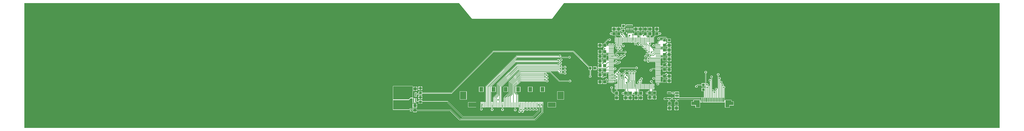
<source format=gtl>
G04*
G04 #@! TF.GenerationSoftware,Altium Limited,Altium Designer,24.5.2 (23)*
G04*
G04 Layer_Physical_Order=1*
G04 Layer_Color=255*
%FSLAX25Y25*%
%MOIN*%
G70*
G04*
G04 #@! TF.SameCoordinates,49CCBB8D-B978-4CD5-B46F-E993BDE2C4A5*
G04*
G04*
G04 #@! TF.FilePolarity,Positive*
G04*
G01*
G75*
%ADD12C,0.00600*%
%ADD14C,0.01000*%
%ADD33R,0.05118X0.06102*%
%ADD34R,0.08071X0.09843*%
%ADD35R,0.09843X0.06102*%
%ADD36R,0.00984X0.06102*%
%ADD37R,0.03819X0.03543*%
%ADD38R,0.04016X0.03937*%
%ADD39R,0.03543X0.03819*%
%ADD40R,0.03937X0.04016*%
%ADD41R,0.01181X0.05512*%
%ADD42R,0.03937X0.03937*%
G04:AMPARAMS|DCode=43|XSize=9.45mil|YSize=57.87mil|CornerRadius=1.18mil|HoleSize=0mil|Usage=FLASHONLY|Rotation=270.000|XOffset=0mil|YOffset=0mil|HoleType=Round|Shape=RoundedRectangle|*
%AMROUNDEDRECTD43*
21,1,0.00945,0.05551,0,0,270.0*
21,1,0.00709,0.05787,0,0,270.0*
1,1,0.00236,-0.02776,-0.00354*
1,1,0.00236,-0.02776,0.00354*
1,1,0.00236,0.02776,0.00354*
1,1,0.00236,0.02776,-0.00354*
%
%ADD43ROUNDEDRECTD43*%
G04:AMPARAMS|DCode=44|XSize=57.87mil|YSize=9.45mil|CornerRadius=1.18mil|HoleSize=0mil|Usage=FLASHONLY|Rotation=270.000|XOffset=0mil|YOffset=0mil|HoleType=Round|Shape=RoundedRectangle|*
%AMROUNDEDRECTD44*
21,1,0.05787,0.00709,0,0,270.0*
21,1,0.05551,0.00945,0,0,270.0*
1,1,0.00236,-0.00354,-0.02776*
1,1,0.00236,-0.00354,0.02776*
1,1,0.00236,0.00354,0.02776*
1,1,0.00236,0.00354,-0.02776*
%
%ADD44ROUNDEDRECTD44*%
%ADD45R,0.07480X0.01575*%
%ADD46R,0.04764X0.02284*%
%ADD47R,0.17717X0.06890*%
%ADD48R,0.01575X0.04685*%
%ADD49R,0.01575X0.01968*%
%ADD50C,0.02000*%
%ADD51C,0.00800*%
%ADD52C,0.01500*%
%ADD53C,0.27559*%
%ADD54C,0.01811*%
G36*
X1196048Y803D02*
X-58252D01*
Y162583D01*
X500730D01*
X516934Y142496D01*
X516967Y142468D01*
X516991Y142432D01*
X517087Y142369D01*
X517175Y142295D01*
X517216Y142282D01*
X517252Y142258D01*
X517364Y142236D01*
X517474Y142202D01*
X517517Y142206D01*
X517559Y142197D01*
X619921D01*
X619975Y142208D01*
X620030Y142205D01*
X620128Y142238D01*
X620228Y142258D01*
X620274Y142289D01*
X620327Y142307D01*
X620403Y142375D01*
X620489Y142432D01*
X620520Y142478D01*
X620561Y142515D01*
X635784Y162583D01*
X1196048D01*
Y803D01*
D02*
G37*
%LPC*%
G36*
X714337Y134924D02*
X709718D01*
Y130580D01*
X714337D01*
Y132771D01*
X715887D01*
Y132297D01*
X724168D01*
Y134672D01*
X715887D01*
Y134198D01*
X714337D01*
Y134924D01*
D02*
G37*
G36*
X724368Y130147D02*
X720328D01*
Y129060D01*
X724368D01*
Y130147D01*
D02*
G37*
G36*
X719728D02*
X715687D01*
Y129060D01*
X719728D01*
Y130147D01*
D02*
G37*
G36*
X757635Y131316D02*
X755328D01*
Y129048D01*
X757635D01*
Y131316D01*
D02*
G37*
G36*
X749135D02*
X746828D01*
Y129048D01*
X749135D01*
Y131316D01*
D02*
G37*
G36*
X743135D02*
X740828D01*
Y129048D01*
X743135D01*
Y131316D01*
D02*
G37*
G36*
X736635D02*
X734328D01*
Y129048D01*
X736635D01*
Y131316D01*
D02*
G37*
G36*
X730635D02*
X728328D01*
Y129048D01*
X730635D01*
Y131316D01*
D02*
G37*
G36*
X708635D02*
X706327D01*
Y129048D01*
X708635D01*
Y131316D01*
D02*
G37*
G36*
X702635D02*
X700327D01*
Y129048D01*
X702635D01*
Y131316D01*
D02*
G37*
G36*
X754728D02*
X752420D01*
Y129048D01*
X754728D01*
Y131316D01*
D02*
G37*
G36*
X746228D02*
X743920D01*
Y129048D01*
X746228D01*
Y131316D01*
D02*
G37*
G36*
X740228D02*
X737920D01*
Y129048D01*
X740228D01*
Y131316D01*
D02*
G37*
G36*
X733728D02*
X731420D01*
Y129048D01*
X733728D01*
Y131316D01*
D02*
G37*
G36*
X727728D02*
X725420D01*
Y129048D01*
X727728D01*
Y131316D01*
D02*
G37*
G36*
X705727D02*
X703420D01*
Y129048D01*
X705727D01*
Y131316D01*
D02*
G37*
G36*
X699727D02*
X697420D01*
Y129048D01*
X699727D01*
Y131316D01*
D02*
G37*
G36*
X724368Y128460D02*
X720328D01*
Y127372D01*
X724368D01*
Y128460D01*
D02*
G37*
G36*
X719728D02*
X715687D01*
Y127372D01*
X719728D01*
Y128460D01*
D02*
G37*
G36*
X757635Y128448D02*
X755328D01*
Y126180D01*
X757635D01*
Y128448D01*
D02*
G37*
G36*
X754728D02*
X752420D01*
Y126180D01*
X754728D01*
Y128448D01*
D02*
G37*
G36*
X749135D02*
X746828D01*
Y126180D01*
X749135D01*
Y128448D01*
D02*
G37*
G36*
X746228D02*
X743920D01*
Y126180D01*
X746228D01*
Y128448D01*
D02*
G37*
G36*
X743135D02*
X740828D01*
Y126180D01*
X743135D01*
Y128448D01*
D02*
G37*
G36*
X740228D02*
X737920D01*
Y126180D01*
X740228D01*
Y128448D01*
D02*
G37*
G36*
X736635D02*
X734328D01*
Y126180D01*
X736635D01*
Y128448D01*
D02*
G37*
G36*
X733728D02*
X731420D01*
Y126180D01*
X733728D01*
Y128448D01*
D02*
G37*
G36*
X730635D02*
X728328D01*
Y126180D01*
X730635D01*
Y128448D01*
D02*
G37*
G36*
X727728D02*
X725420D01*
Y126180D01*
X727728D01*
Y128448D01*
D02*
G37*
G36*
X708635D02*
X706327D01*
Y126180D01*
X708635D01*
Y128448D01*
D02*
G37*
G36*
X705727D02*
X703420D01*
Y126180D01*
X705727D01*
Y128448D01*
D02*
G37*
G36*
X702635D02*
X700327D01*
Y126180D01*
X702635D01*
Y128448D01*
D02*
G37*
G36*
X699727D02*
X697420D01*
Y126180D01*
X699727D01*
Y128448D01*
D02*
G37*
G36*
X714337Y128939D02*
X709718D01*
Y124596D01*
X711314D01*
Y123436D01*
X710944Y123283D01*
X710892Y123335D01*
X710313Y123575D01*
X709687D01*
X709108Y123335D01*
X708835Y123063D01*
X708435Y123228D01*
Y125140D01*
X703620D01*
Y120403D01*
X707426D01*
X709205Y118624D01*
X709179Y118208D01*
X708851Y117989D01*
X708744Y118033D01*
X708035D01*
X707639Y117869D01*
X707566Y117869D01*
X707169Y118033D01*
X706461D01*
X706064Y117869D01*
X705991Y117869D01*
X705594Y118033D01*
X704886D01*
X704489Y117869D01*
X704416Y117869D01*
X704020Y118033D01*
X703311D01*
X703204Y117989D01*
X702804Y118256D01*
Y120748D01*
X702750Y121021D01*
X702595Y121253D01*
X702435Y121413D01*
Y125140D01*
X697620D01*
Y124173D01*
X697220Y124007D01*
X697120Y124107D01*
X696542Y124346D01*
X695915D01*
X695336Y124107D01*
X694893Y123664D01*
X694654Y123085D01*
Y122458D01*
X694893Y121880D01*
X695336Y121437D01*
X695915Y121197D01*
X696542D01*
X697120Y121437D01*
X697220Y121536D01*
X697620Y121370D01*
Y120403D01*
X701377D01*
Y117884D01*
X701340Y117869D01*
X701175Y117472D01*
Y111921D01*
X701340Y111525D01*
X701736Y111361D01*
X702445D01*
X702469Y111370D01*
X702869Y111103D01*
Y110312D01*
X702536Y110089D01*
X702389Y110151D01*
X701762D01*
X701184Y109911D01*
X700741Y109468D01*
X700501Y108889D01*
Y108262D01*
X700668Y107860D01*
X700039Y107232D01*
X699640Y107397D01*
Y107689D01*
X699517Y107984D01*
X699597Y108037D01*
X699755Y108275D01*
X699811Y108555D01*
Y108609D01*
X696303D01*
X692795D01*
Y108555D01*
X692817Y108448D01*
X692558Y108048D01*
X690384D01*
Y110168D01*
X689214D01*
Y111204D01*
X692296Y114286D01*
X693091D01*
X693165Y114108D01*
X693608Y113665D01*
X694187Y113425D01*
X694813D01*
X695392Y113665D01*
X695835Y114108D01*
X696075Y114687D01*
Y115313D01*
X695835Y115892D01*
X695392Y116335D01*
X694813Y116575D01*
X694187D01*
X693608Y116335D01*
X693165Y115892D01*
X693091Y115714D01*
X692000D01*
X691727Y115659D01*
X691495Y115505D01*
X687995Y112005D01*
X687841Y111773D01*
X687786Y111500D01*
Y110168D01*
X685647D01*
Y105352D01*
X687311D01*
X687390Y104952D01*
X687108Y104835D01*
X686665Y104392D01*
X686425Y103813D01*
Y103187D01*
X686665Y102608D01*
X687108Y102165D01*
X687302Y102085D01*
Y101668D01*
X685647D01*
Y96852D01*
X690384D01*
Y97172D01*
X692558D01*
X692817Y96772D01*
X692795Y96665D01*
Y96611D01*
X696303D01*
Y96011D01*
X692795D01*
Y95957D01*
X692817Y95850D01*
X692558Y95450D01*
X690384D01*
Y95668D01*
X685647D01*
Y90852D01*
X690384D01*
Y94023D01*
X692744D01*
X693011Y93622D01*
X692967Y93516D01*
Y92807D01*
X693131Y92411D01*
X693131Y92338D01*
X692967Y91941D01*
Y91232D01*
X693131Y90836D01*
X693131Y90763D01*
X692967Y90366D01*
Y89657D01*
X693011Y89551D01*
X692744Y89151D01*
X690384D01*
Y89668D01*
X685647D01*
Y86427D01*
X685334D01*
X685008Y86292D01*
X684608Y86559D01*
Y86960D01*
X682339D01*
Y84652D01*
X684072D01*
Y84539D01*
X684185Y84268D01*
X683917Y83868D01*
X682339D01*
Y81260D01*
X682039D01*
Y80960D01*
X679471D01*
Y78714D01*
X677664D01*
Y80309D01*
X673320D01*
Y75691D01*
X677664D01*
Y77286D01*
X679471D01*
Y75560D01*
X684608D01*
Y77286D01*
X685647D01*
Y72852D01*
X689993D01*
X690159Y72452D01*
X689375Y71668D01*
X685647D01*
Y68427D01*
X685334D01*
X685008Y68292D01*
X684608Y68559D01*
Y68960D01*
X682339D01*
Y66652D01*
X684072D01*
Y66539D01*
X684312Y65960D01*
X684755Y65517D01*
X685334Y65277D01*
X685960D01*
X686539Y65517D01*
X686982Y65960D01*
X687222Y66539D01*
Y66852D01*
X690384D01*
Y70658D01*
X691701Y71975D01*
X692558D01*
X692817Y71575D01*
X692795Y71469D01*
Y71414D01*
X696303D01*
Y70814D01*
X692795D01*
Y70760D01*
X692851Y70480D01*
X693010Y70242D01*
X693089Y70189D01*
X692967Y69894D01*
Y69185D01*
X693131Y68788D01*
X693131Y68715D01*
X692967Y68319D01*
Y67610D01*
X693131Y67214D01*
X693131Y67141D01*
X692967Y66744D01*
Y66035D01*
X693131Y65639D01*
X693131Y65566D01*
X692967Y65169D01*
Y64461D01*
X693131Y64064D01*
X693131Y63991D01*
X692967Y63595D01*
Y62886D01*
X693131Y62489D01*
X693131Y62416D01*
X692967Y62020D01*
Y61311D01*
X693011Y61204D01*
X692744Y60804D01*
X690384D01*
Y61658D01*
X690391Y61665D01*
X690813D01*
X691392Y61905D01*
X691835Y62348D01*
X692075Y62927D01*
Y63553D01*
X691835Y64132D01*
X691392Y64575D01*
X690813Y64815D01*
X690187D01*
X689608Y64575D01*
X689165Y64132D01*
X688925Y63553D01*
Y62927D01*
X688752Y62668D01*
X685647D01*
Y57852D01*
X690384D01*
Y59377D01*
X693116D01*
X693131Y59340D01*
X693528Y59175D01*
X699079D01*
X699475Y59340D01*
X699640Y59736D01*
Y60181D01*
X700039Y60347D01*
X700356Y60030D01*
X700935Y59791D01*
X701561D01*
X702140Y60030D01*
X702583Y60473D01*
X702780Y60949D01*
X702955Y61310D01*
X703581D01*
X704127Y61536D01*
X704527Y61393D01*
Y57863D01*
X704126Y57595D01*
X704020Y57639D01*
X703311D01*
X703016Y57517D01*
X702963Y57596D01*
X702725Y57755D01*
X702445Y57811D01*
X702391D01*
Y54303D01*
Y50795D01*
X702445D01*
X702552Y50817D01*
X702952Y50558D01*
Y48116D01*
X701120D01*
Y46462D01*
X700048D01*
X697714Y48796D01*
Y51591D01*
X697892Y51665D01*
X698335Y52108D01*
X698575Y52687D01*
Y53313D01*
X698335Y53892D01*
X697892Y54335D01*
X697313Y54575D01*
X696687D01*
X696108Y54335D01*
X695665Y53892D01*
X695425Y53313D01*
Y52687D01*
X695665Y52108D01*
X696108Y51665D01*
X696286Y51591D01*
Y48500D01*
X696341Y48227D01*
X696495Y47995D01*
X699247Y45243D01*
X699479Y45089D01*
X699752Y45034D01*
X701120D01*
Y43380D01*
X705935D01*
Y48116D01*
X704379D01*
Y50744D01*
X704779Y51011D01*
X704886Y50967D01*
X705594D01*
X705684Y51004D01*
X706028Y51119D01*
X706371Y51004D01*
X706461Y50967D01*
X707169D01*
X707259Y51004D01*
X707602Y51119D01*
X707946Y51004D01*
X708035Y50967D01*
X708744D01*
X709141Y51131D01*
X709214Y51131D01*
X709610Y50967D01*
X710319D01*
X710408Y51004D01*
X710752Y51119D01*
X711096Y51004D01*
X711185Y50967D01*
X711894D01*
X711983Y51004D01*
X712327Y51119D01*
X712671Y51004D01*
X712760Y50967D01*
X713469D01*
X713558Y51004D01*
X713577Y51010D01*
X713975Y50744D01*
Y48116D01*
X712620D01*
Y47130D01*
X712220Y46907D01*
X711813Y47075D01*
X711187D01*
X710608Y46835D01*
X710165Y46392D01*
X709925Y45813D01*
Y45187D01*
X710165Y44608D01*
X710608Y44165D01*
X711187Y43925D01*
X711813D01*
X712220Y44093D01*
X712620Y43870D01*
Y43380D01*
X717435D01*
Y47714D01*
X717835Y47880D01*
X718620Y47095D01*
Y43368D01*
X723435D01*
Y44272D01*
X723835Y44438D01*
X724108Y44165D01*
X724687Y43925D01*
X725313D01*
X725720Y44093D01*
X726120Y43870D01*
Y43380D01*
X730935D01*
Y47726D01*
X730935Y47734D01*
X730935Y47734D01*
X730935Y47797D01*
X731335Y47961D01*
X731352Y47951D01*
X731416Y47856D01*
X731507Y47720D01*
X732120Y47107D01*
Y43380D01*
X736935D01*
Y48116D01*
X733129D01*
X732725Y48520D01*
Y50744D01*
X733124Y51010D01*
X733143Y51004D01*
X733232Y50967D01*
X733941D01*
X734338Y51131D01*
X734410Y51131D01*
X734807Y50967D01*
X735516D01*
X735605Y51004D01*
X735949Y51119D01*
X736293Y51004D01*
X736382Y50967D01*
X737090D01*
X737180Y51004D01*
X737524Y51119D01*
X737867Y51004D01*
X737957Y50967D01*
X738665D01*
X739062Y51131D01*
X739135Y51131D01*
X739532Y50967D01*
X740240D01*
X740330Y51004D01*
X740673Y51119D01*
X741017Y51004D01*
X741106Y50967D01*
X741815D01*
X741904Y51004D01*
X742248Y51119D01*
X742592Y51004D01*
X742681Y50967D01*
X743390D01*
X743786Y51131D01*
X743859Y51131D01*
X744256Y50967D01*
X744965D01*
X745054Y51004D01*
X745073Y51010D01*
X745471Y50744D01*
Y48616D01*
X743620D01*
Y47630D01*
X743220Y47407D01*
X742813Y47575D01*
X742187D01*
X741608Y47335D01*
X741165Y46892D01*
X740925Y46313D01*
Y45687D01*
X741165Y45108D01*
X741608Y44665D01*
X742187Y44425D01*
X742813D01*
X743220Y44594D01*
X743620Y44370D01*
Y43880D01*
X748435D01*
Y48267D01*
X748812Y48391D01*
X748835Y48391D01*
X749620Y47607D01*
Y43880D01*
X754435D01*
Y48616D01*
X750629D01*
X750048Y49197D01*
Y50558D01*
X750448Y50817D01*
X750555Y50795D01*
X750609D01*
Y54303D01*
Y57811D01*
X750555D01*
X750448Y57790D01*
X750048Y58048D01*
Y59665D01*
X749994Y59939D01*
X749839Y60170D01*
X749501Y60508D01*
X749575Y60687D01*
Y61313D01*
X749335Y61892D01*
X748892Y62335D01*
X748313Y62575D01*
X747687D01*
X747108Y62335D01*
X746665Y61892D01*
X746425Y61313D01*
Y60687D01*
X746665Y60108D01*
X747108Y59665D01*
X747687Y59425D01*
X748313D01*
X748621Y59120D01*
Y58048D01*
X748221Y57790D01*
X748114Y57811D01*
X748060D01*
Y54303D01*
X747460D01*
Y57811D01*
X747405D01*
X747125Y57755D01*
X746888Y57596D01*
X746835Y57517D01*
X746539Y57639D01*
X745831D01*
X745741Y57603D01*
X745398Y57487D01*
X745054Y57603D01*
X744965Y57639D01*
X744256D01*
X743859Y57475D01*
X743786Y57475D01*
X743390Y57639D01*
X742681D01*
X742592Y57603D01*
X742248Y57487D01*
X741904Y57603D01*
X741815Y57639D01*
X741106D01*
X741017Y57603D01*
X740673Y57487D01*
X740330Y57603D01*
X740240Y57639D01*
X739532D01*
X739135Y57475D01*
X739062Y57475D01*
X738665Y57639D01*
X737957D01*
X737867Y57603D01*
X737524Y57487D01*
X737180Y57603D01*
X737090Y57639D01*
X736382D01*
X736293Y57603D01*
X736274Y57596D01*
X735875Y57863D01*
Y59809D01*
X736140Y60074D01*
X736295Y60306D01*
X736350Y60579D01*
Y63147D01*
X736392Y63165D01*
X736835Y63608D01*
X737075Y64187D01*
Y64813D01*
X736835Y65392D01*
X736392Y65835D01*
X735813Y66075D01*
X735187D01*
X734608Y65835D01*
X734165Y65392D01*
X733925Y64813D01*
Y64187D01*
X733895Y64141D01*
X733448D01*
X732869Y63902D01*
X732426Y63459D01*
X732186Y62880D01*
Y62253D01*
X732386Y61770D01*
X732172Y61487D01*
X732120Y61448D01*
X731813Y61575D01*
X731187D01*
X730608Y61335D01*
X730165Y60892D01*
X729925Y60313D01*
Y59687D01*
X730165Y59108D01*
X730608Y58665D01*
X731187Y58425D01*
X731298D01*
Y58048D01*
X730898Y57790D01*
X730791Y57811D01*
X730737D01*
Y54303D01*
X730137D01*
Y57811D01*
X730083D01*
X729803Y57755D01*
X729565Y57596D01*
X729512Y57517D01*
X729216Y57639D01*
X728508D01*
X728418Y57603D01*
X728235Y57541D01*
X727857Y57744D01*
Y72651D01*
X727892Y72665D01*
X728335Y73108D01*
X728575Y73687D01*
Y74313D01*
X728335Y74892D01*
X727892Y75335D01*
X727313Y75575D01*
X726687D01*
X726108Y75335D01*
X725665Y74892D01*
X725425Y74313D01*
Y73687D01*
X725665Y73108D01*
X726108Y72665D01*
X726111Y72664D01*
Y72644D01*
X726104Y72635D01*
X725711Y72410D01*
X725313Y72575D01*
X724687D01*
X724586Y72533D01*
X724140Y72781D01*
X724122Y72895D01*
X724335Y73108D01*
X724575Y73687D01*
Y74313D01*
X724335Y74892D01*
X723892Y75335D01*
X723313Y75575D01*
X722687D01*
X722108Y75335D01*
X721665Y74892D01*
X721425Y74313D01*
Y73687D01*
X721665Y73108D01*
X722108Y72665D01*
X722107Y72646D01*
X722104Y72642D01*
X721690Y72419D01*
X721313Y72575D01*
X720687D01*
X720432Y72469D01*
X720008Y72727D01*
X720004Y72776D01*
X720335Y73108D01*
X720575Y73687D01*
Y74313D01*
X720335Y74892D01*
X719892Y75335D01*
X719313Y75575D01*
X718687D01*
X718108Y75335D01*
X717665Y74892D01*
X717425Y74313D01*
Y73687D01*
X717665Y73108D01*
X718108Y72665D01*
X718286Y72591D01*
Y70000D01*
X718341Y69727D01*
X718495Y69495D01*
X719125Y68866D01*
Y67907D01*
X718755Y67754D01*
X718001Y68508D01*
X718075Y68687D01*
Y69313D01*
X717835Y69892D01*
X717392Y70335D01*
X716813Y70575D01*
X716187D01*
X715608Y70335D01*
X715584Y70311D01*
X715228Y70493D01*
X715214Y70507D01*
Y72591D01*
X715392Y72665D01*
X715835Y73108D01*
X716075Y73687D01*
Y74313D01*
X715835Y74892D01*
X715392Y75335D01*
X714813Y75575D01*
X714187D01*
X713608Y75335D01*
X713165Y74892D01*
X712925Y74313D01*
Y73687D01*
X713165Y73108D01*
X713608Y72665D01*
X713786Y72591D01*
Y71546D01*
X713386Y71466D01*
X713210Y71892D01*
X712767Y72335D01*
X712188Y72575D01*
X711561D01*
X710983Y72335D01*
X710540Y71892D01*
X710300Y71313D01*
Y70687D01*
X710540Y70108D01*
X710983Y69665D01*
X711161Y69591D01*
Y67089D01*
X710761Y66889D01*
X710313Y67075D01*
X709687D01*
X709239Y66889D01*
X708839Y67089D01*
Y69275D01*
X709017Y69349D01*
X709460Y69792D01*
X709700Y70370D01*
Y70997D01*
X709460Y71576D01*
X709017Y72019D01*
X708438Y72258D01*
X707812D01*
X707429Y72100D01*
X707123Y72406D01*
X707239Y72687D01*
Y73313D01*
X707000Y73892D01*
X706557Y74335D01*
X706099Y74524D01*
X705954Y74944D01*
X708796Y77786D01*
X727591D01*
X727665Y77608D01*
X728108Y77165D01*
X728687Y76925D01*
X729313D01*
X729892Y77165D01*
X730335Y77608D01*
X730575Y78187D01*
Y78813D01*
X730335Y79392D01*
X729892Y79835D01*
X729313Y80075D01*
X728687D01*
X728108Y79835D01*
X727665Y79392D01*
X727591Y79214D01*
X708500D01*
X708227Y79159D01*
X707995Y79005D01*
X700251Y71260D01*
X700227Y71244D01*
X700180Y71198D01*
X699811Y71351D01*
Y71469D01*
X699755Y71749D01*
X699597Y71986D01*
X699517Y72039D01*
X699640Y72335D01*
Y73043D01*
X699517Y73339D01*
X699597Y73392D01*
X699755Y73629D01*
X699811Y73909D01*
Y73964D01*
X696303D01*
Y74564D01*
X699811D01*
Y74618D01*
X699790Y74725D01*
X699922Y75029D01*
X700071Y75146D01*
X700236Y75179D01*
X700468Y75334D01*
X701008Y75875D01*
X701187Y75801D01*
X701813D01*
X702392Y76041D01*
X702835Y76484D01*
X703075Y77062D01*
Y77689D01*
X702835Y78268D01*
X702392Y78711D01*
X701813Y78950D01*
X701187D01*
X700608Y78711D01*
X700165Y78268D01*
X700032Y77946D01*
X699640Y77953D01*
X699487Y78265D01*
X699640Y78634D01*
Y79343D01*
X699475Y79739D01*
X699475Y79812D01*
X699640Y80209D01*
Y80917D01*
X699475Y81314D01*
X699475Y81387D01*
X699640Y81783D01*
Y82492D01*
X699595Y82599D01*
X699863Y82999D01*
X704713D01*
X704986Y83053D01*
X705217Y83208D01*
X706508Y84499D01*
X706687Y84425D01*
X707313D01*
X707892Y84665D01*
X708335Y85108D01*
X708575Y85687D01*
Y86313D01*
X708335Y86892D01*
X707892Y87335D01*
X707313Y87575D01*
X706687D01*
X706108Y87335D01*
X705665Y86892D01*
X705425Y86313D01*
Y85687D01*
X705499Y85508D01*
X704417Y84426D01*
X702228D01*
X702113Y84647D01*
X702085Y84826D01*
X702508Y85250D01*
X702687Y85176D01*
X703313D01*
X703892Y85415D01*
X704335Y85858D01*
X704575Y86437D01*
Y87064D01*
X704335Y87642D01*
X703892Y88086D01*
X703313Y88325D01*
X702687D01*
X702108Y88086D01*
X701665Y87642D01*
X701425Y87064D01*
Y86437D01*
X701481Y86302D01*
X701234Y86001D01*
X700048D01*
X699790Y86401D01*
X699811Y86508D01*
Y86562D01*
X696303D01*
Y87162D01*
X699811D01*
Y87217D01*
X699755Y87497D01*
X699597Y87734D01*
X699517Y87787D01*
X699640Y88083D01*
Y88791D01*
X699595Y88898D01*
X699863Y89298D01*
X708761D01*
X709034Y89352D01*
X709266Y89507D01*
X713008Y93249D01*
X713187Y93176D01*
X713813D01*
X714392Y93415D01*
X714835Y93858D01*
X715075Y94437D01*
Y95064D01*
X714835Y95642D01*
X714392Y96086D01*
X713813Y96325D01*
X713187D01*
X712608Y96086D01*
X712165Y95642D01*
X711925Y95064D01*
Y94437D01*
X711999Y94259D01*
X708466Y90725D01*
X706830D01*
X706714Y90946D01*
X706687Y91126D01*
X708778Y93217D01*
X709181Y93050D01*
X709807D01*
X710386Y93290D01*
X710829Y93733D01*
X711069Y94312D01*
Y94938D01*
X710829Y95517D01*
X710386Y95960D01*
X709807Y96200D01*
X709181D01*
X708602Y95960D01*
X708159Y95517D01*
X707919Y94938D01*
Y94377D01*
X705843Y92300D01*
X703562D01*
X703504Y92374D01*
X703461Y92826D01*
X703960Y93325D01*
X704138Y93251D01*
X704765D01*
X705343Y93491D01*
X705786Y93934D01*
X706026Y94513D01*
Y95139D01*
X705786Y95718D01*
X705343Y96161D01*
X704765Y96401D01*
X704138D01*
X703559Y96161D01*
X703116Y95718D01*
X702877Y95139D01*
Y94513D01*
X702950Y94335D01*
X702660Y94044D01*
X700619D01*
X700454Y94444D01*
X704296Y98286D01*
X713091D01*
X713165Y98108D01*
X713608Y97665D01*
X714187Y97425D01*
X714813D01*
X715392Y97665D01*
X715835Y98108D01*
X716075Y98687D01*
Y99313D01*
X715835Y99892D01*
X715392Y100335D01*
X714813Y100575D01*
X714187D01*
X713608Y100335D01*
X713165Y99892D01*
X713091Y99714D01*
X704000D01*
X703727Y99659D01*
X703495Y99505D01*
X700211Y96220D01*
X699811Y96386D01*
Y96665D01*
X699755Y96946D01*
X699597Y97183D01*
X699517Y97236D01*
X699640Y97531D01*
Y98240D01*
X699475Y98637D01*
X699475Y98710D01*
X699640Y99106D01*
Y99815D01*
X699475Y100212D01*
X699475Y100285D01*
X699640Y100681D01*
Y101390D01*
X699475Y101786D01*
X699475Y101859D01*
X699640Y102256D01*
Y102965D01*
X699475Y103361D01*
X699475Y103434D01*
X699640Y103831D01*
Y104539D01*
X699575Y104694D01*
X699585Y104770D01*
X699804Y105130D01*
X699898Y105148D01*
X700130Y105303D01*
X701827Y107001D01*
X702389D01*
X702469Y107034D01*
X702869Y106767D01*
Y105943D01*
X702608Y105835D01*
X702165Y105392D01*
X701925Y104813D01*
Y104187D01*
X702165Y103608D01*
X702608Y103165D01*
X703187Y102925D01*
X703746D01*
X703935Y102742D01*
X704038Y102585D01*
X703925Y102313D01*
Y101687D01*
X704165Y101108D01*
X704608Y100665D01*
X705187Y100425D01*
X705813D01*
X706392Y100665D01*
X706835Y101108D01*
X707075Y101687D01*
Y102313D01*
X706962Y102585D01*
X707065Y102742D01*
X707254Y102925D01*
X707746D01*
X707935Y102742D01*
X708038Y102585D01*
X707925Y102313D01*
Y101687D01*
X708165Y101108D01*
X708608Y100665D01*
X709187Y100425D01*
X709813D01*
X710392Y100665D01*
X710835Y101108D01*
X711075Y101687D01*
Y102313D01*
X710835Y102892D01*
X710392Y103335D01*
X710214Y103409D01*
Y106000D01*
X710159Y106273D01*
X710005Y106505D01*
X709103Y107406D01*
Y108344D01*
X709324Y108459D01*
X709504Y108487D01*
X710499Y107492D01*
X710425Y107313D01*
Y106687D01*
X710665Y106108D01*
X711108Y105665D01*
X711687Y105425D01*
X712313D01*
X712892Y105665D01*
X713335Y106108D01*
X713575Y106687D01*
Y107313D01*
X713335Y107892D01*
X712892Y108335D01*
X712313Y108575D01*
X711687D01*
X711508Y108501D01*
X710678Y109331D01*
Y110952D01*
X711078Y111210D01*
X711185Y111189D01*
X711239D01*
Y114697D01*
X711839D01*
Y111189D01*
X711894D01*
X712174Y111245D01*
X712411Y111404D01*
X712464Y111483D01*
X712760Y111361D01*
X713469D01*
X713865Y111525D01*
X713938Y111525D01*
X714335Y111361D01*
X715043D01*
X715339Y111483D01*
X715392Y111404D01*
X715629Y111245D01*
X715909Y111189D01*
X715964D01*
Y114697D01*
Y118205D01*
X715909D01*
X715803Y118183D01*
X715403Y118442D01*
Y120098D01*
X715348Y120371D01*
X715194Y120603D01*
X712741Y123056D01*
Y124596D01*
X714337D01*
Y128939D01*
D02*
G37*
G36*
X757435Y125140D02*
X752620D01*
Y121413D01*
X750405Y119198D01*
X750250Y118966D01*
X750196Y118693D01*
Y118442D01*
X749796Y118183D01*
X749689Y118205D01*
X749635D01*
Y114697D01*
Y111189D01*
X749689D01*
X749969Y111245D01*
X750207Y111404D01*
X750260Y111483D01*
X750555Y111361D01*
X751264D01*
X751660Y111525D01*
X751825Y111921D01*
Y117472D01*
X751660Y117869D01*
X751623Y117884D01*
Y118397D01*
X753629Y120403D01*
X757435D01*
Y121772D01*
X757835Y121938D01*
X758108Y121665D01*
X758687Y121425D01*
X759313D01*
X759892Y121665D01*
X760335Y122108D01*
X760575Y122687D01*
Y123313D01*
X760335Y123892D01*
X759892Y124335D01*
X759313Y124575D01*
X758687D01*
X758108Y124335D01*
X757835Y124063D01*
X757435Y124228D01*
Y125140D01*
D02*
G37*
G36*
X748935D02*
X744120D01*
Y120403D01*
X745471D01*
Y118442D01*
X745071Y118183D01*
X744965Y118205D01*
X744910D01*
Y114697D01*
X744310D01*
Y118205D01*
X744256D01*
X744149Y118183D01*
X743749Y118442D01*
Y118465D01*
X743695Y118738D01*
X743540Y118969D01*
X742476Y120034D01*
X742629Y120403D01*
X742935D01*
Y125140D01*
X738120D01*
Y122075D01*
X737687D01*
X737108Y121835D01*
X736835Y121563D01*
X736435Y121728D01*
Y125140D01*
X731620D01*
Y120403D01*
X732873D01*
Y118442D01*
X732473Y118183D01*
X732366Y118205D01*
X732312D01*
Y114697D01*
Y111189D01*
X732366D01*
X732603Y110853D01*
X732626Y110635D01*
X731992Y110001D01*
X731813Y110075D01*
X731187D01*
X730608Y109835D01*
X730165Y109392D01*
X729925Y108813D01*
Y108187D01*
X730165Y107608D01*
X730608Y107165D01*
X731187Y106925D01*
X731813D01*
X732392Y107165D01*
X732835Y107608D01*
X732964Y107920D01*
X733397D01*
X733526Y107608D01*
X733969Y107165D01*
X734548Y106925D01*
X735175D01*
X735753Y107165D01*
X736197Y107608D01*
X736378Y108047D01*
X736414Y108061D01*
X736786Y107987D01*
Y107409D01*
X736608Y107335D01*
X736165Y106892D01*
X735925Y106313D01*
Y105687D01*
X736165Y105108D01*
X736608Y104665D01*
X737187Y104425D01*
X737813D01*
X738392Y104665D01*
X738665Y104392D01*
X738425Y103813D01*
Y103187D01*
X738665Y102608D01*
X739108Y102165D01*
X739687Y101925D01*
X740313D01*
X740892Y102165D01*
X741165Y101892D01*
X740925Y101313D01*
Y100687D01*
X741165Y100108D01*
X741608Y99665D01*
X742187Y99425D01*
X742813D01*
X743056Y99526D01*
X743071Y99522D01*
X743425Y99246D01*
Y98812D01*
X743665Y98233D01*
X744108Y97790D01*
X744534Y97614D01*
X744454Y97214D01*
X743909D01*
X743835Y97392D01*
X743392Y97835D01*
X742813Y98075D01*
X742187D01*
X741608Y97835D01*
X741165Y97392D01*
X740925Y96813D01*
Y96187D01*
X741165Y95608D01*
X741608Y95165D01*
X742187Y94925D01*
X742813D01*
X743392Y95165D01*
X743835Y95608D01*
X743909Y95786D01*
X745537D01*
X745690Y95417D01*
X745652Y95379D01*
X745412Y94800D01*
Y94287D01*
X745323Y94214D01*
X741909D01*
X741835Y94392D01*
X741392Y94835D01*
X740813Y95075D01*
X740187D01*
X739608Y94835D01*
X739165Y94392D01*
X738925Y93813D01*
Y93187D01*
X739165Y92608D01*
X739608Y92165D01*
X740187Y91925D01*
X740813D01*
X741392Y92165D01*
X741835Y92608D01*
X741909Y92786D01*
X745027D01*
X746688Y91126D01*
X746660Y90946D01*
X746545Y90725D01*
X745575D01*
Y91063D01*
X745335Y91642D01*
X744892Y92085D01*
X744313Y92324D01*
X743687D01*
X743108Y92085D01*
X742665Y91642D01*
X742425Y91063D01*
Y90436D01*
X742611Y89988D01*
X742411Y89588D01*
X741251D01*
X740817Y90022D01*
X740239Y90262D01*
X739612D01*
X739033Y90022D01*
X738590Y89579D01*
X738350Y89000D01*
Y88374D01*
X738590Y87795D01*
X739033Y87352D01*
X739612Y87112D01*
X740239D01*
X740817Y87352D01*
X741260Y87795D01*
X741412Y88161D01*
X742411D01*
X742611Y87761D01*
X742425Y87313D01*
Y86687D01*
X742665Y86108D01*
X743108Y85665D01*
X743687Y85425D01*
X744313D01*
X744892Y85665D01*
X745335Y86108D01*
X745352Y86149D01*
X753137D01*
X753405Y85748D01*
X753361Y85642D01*
Y84933D01*
X753525Y84536D01*
X753525Y84464D01*
X753361Y84067D01*
Y83358D01*
X753525Y82962D01*
X753525Y82889D01*
X753361Y82492D01*
Y81783D01*
X753525Y81387D01*
X753525Y81314D01*
X753361Y80917D01*
Y80209D01*
X753483Y79913D01*
X753404Y79860D01*
X753245Y79623D01*
X753189Y79343D01*
Y79288D01*
X756697D01*
X760205D01*
Y79343D01*
X760183Y79449D01*
X760442Y79849D01*
X763371D01*
X763384Y79852D01*
X767408D01*
Y83034D01*
X767823D01*
X768047Y83127D01*
X768447Y82859D01*
Y82560D01*
X770716D01*
Y84868D01*
X769085D01*
Y84922D01*
X768845Y85501D01*
X768402Y85944D01*
X767823Y86184D01*
X767197D01*
X766618Y85944D01*
X766175Y85501D01*
X765935Y84922D01*
Y84668D01*
X762671D01*
Y81277D01*
X760256D01*
X759989Y81677D01*
X760033Y81783D01*
Y82492D01*
X759869Y82889D01*
X759869Y82962D01*
X760033Y83358D01*
Y84067D01*
X759869Y84464D01*
X759869Y84536D01*
X760033Y84933D01*
Y85642D01*
X759869Y86038D01*
X759869Y86111D01*
X760033Y86508D01*
Y87217D01*
X759869Y87613D01*
X759869Y87686D01*
X760033Y88083D01*
Y88791D01*
X759869Y89188D01*
X759869Y89261D01*
X760033Y89657D01*
Y90366D01*
X759989Y90473D01*
X760256Y90873D01*
X762671D01*
Y87352D01*
X767408D01*
Y92168D01*
X763642D01*
X763525Y92246D01*
X763252Y92300D01*
X760442D01*
X760183Y92700D01*
X760205Y92807D01*
Y92861D01*
X756697D01*
Y93462D01*
X760205D01*
Y93516D01*
X760183Y93622D01*
X760442Y94023D01*
X762671D01*
Y93352D01*
X767408D01*
Y96534D01*
X767823D01*
X768047Y96627D01*
X768447Y96359D01*
Y96060D01*
X770716D01*
Y98368D01*
X769085D01*
Y98422D01*
X768948Y98752D01*
X769215Y99152D01*
X770716D01*
Y101460D01*
X768447D01*
Y99858D01*
X768047Y99591D01*
X767823Y99683D01*
X767408D01*
Y104168D01*
X762671D01*
Y103324D01*
X760442D01*
X760183Y103724D01*
X760205Y103831D01*
Y103885D01*
X756697D01*
X753189D01*
Y103831D01*
X752836Y103619D01*
X752675Y103597D01*
X752268Y104005D01*
X752036Y104159D01*
X751763Y104214D01*
X750296D01*
X746734Y107776D01*
X746774Y108170D01*
X746985Y108257D01*
X747428Y108701D01*
X747667Y109279D01*
Y109906D01*
X747428Y110485D01*
X747063Y110849D01*
X747232Y111207D01*
X747253Y111220D01*
X747405Y111189D01*
X747460D01*
Y114697D01*
Y118205D01*
X747405D01*
X747299Y118183D01*
X746899Y118442D01*
Y120403D01*
X748935D01*
Y125140D01*
D02*
G37*
G36*
X724168Y125223D02*
X715887D01*
Y122848D01*
X717125D01*
Y118442D01*
X716725Y118183D01*
X716618Y118205D01*
X716564D01*
Y114697D01*
Y111189D01*
X716618D01*
X716898Y111245D01*
X717136Y111404D01*
X717189Y111483D01*
X717484Y111361D01*
X718193D01*
X718589Y111525D01*
X718663Y111525D01*
X719059Y111361D01*
X719768D01*
X720063Y111483D01*
X720116Y111404D01*
X720354Y111245D01*
X720634Y111189D01*
X720688D01*
Y114697D01*
X721288D01*
Y111189D01*
X721343D01*
X721623Y111245D01*
X721776Y111347D01*
X721929Y111245D01*
X722209Y111189D01*
X722263D01*
Y114697D01*
X722863D01*
Y111189D01*
X722917D01*
X723198Y111245D01*
X723435Y111404D01*
X723488Y111483D01*
X723783Y111361D01*
X724492D01*
X724788Y111483D01*
X724840Y111404D01*
X725078Y111245D01*
X725358Y111189D01*
X725413D01*
Y114697D01*
X726013D01*
Y111189D01*
X726067D01*
X726358Y110889D01*
X726384Y110611D01*
X726165Y110392D01*
X725925Y109813D01*
Y109187D01*
X726165Y108608D01*
X726608Y108165D01*
X727187Y107925D01*
X727813D01*
X728392Y108165D01*
X728835Y108608D01*
X729075Y109187D01*
Y109813D01*
X728835Y110392D01*
X728430Y110797D01*
X728487Y111126D01*
X728508Y111189D01*
X728562D01*
Y114697D01*
X729162D01*
Y111189D01*
X729216D01*
X729497Y111245D01*
X729734Y111404D01*
X729787Y111483D01*
X730083Y111361D01*
X730791D01*
X731087Y111483D01*
X731140Y111404D01*
X731377Y111245D01*
X731658Y111189D01*
X731712D01*
Y114697D01*
Y118205D01*
X731658D01*
X731551Y118183D01*
X731151Y118442D01*
Y120402D01*
X731096Y120675D01*
X730942Y120906D01*
X730435Y121413D01*
Y125140D01*
X725620D01*
Y123130D01*
X725220Y122906D01*
X724813Y123075D01*
X724187D01*
X724168Y123088D01*
Y125223D01*
D02*
G37*
G36*
X749035Y118205D02*
X748980D01*
X748700Y118149D01*
X748547Y118047D01*
X748394Y118149D01*
X748114Y118205D01*
X748060D01*
Y114697D01*
Y111189D01*
X748114D01*
X748394Y111245D01*
X748547Y111347D01*
X748700Y111245D01*
X748980Y111189D01*
X749035D01*
Y114697D01*
Y118205D01*
D02*
G37*
G36*
X767279Y118714D02*
X759000D01*
X758727Y118659D01*
X758495Y118505D01*
X757992Y118001D01*
X757813Y118075D01*
X757187D01*
X756608Y117835D01*
X756165Y117392D01*
X755925Y116813D01*
Y116187D01*
X756165Y115608D01*
X756608Y115165D01*
X757187Y114925D01*
X757813D01*
X758392Y115165D01*
X758835Y115608D01*
X759075Y116187D01*
Y116813D01*
X759001Y116992D01*
X759296Y117286D01*
X766984D01*
X767367Y116903D01*
X767135Y116569D01*
X766837Y116569D01*
X762864D01*
Y114974D01*
X759528D01*
X759254Y114919D01*
X759023Y114764D01*
X756192Y111934D01*
X756038Y111702D01*
X755983Y111429D01*
Y109825D01*
X753921D01*
X753525Y109660D01*
X753361Y109264D01*
Y108555D01*
X753405Y108448D01*
X753137Y108048D01*
X752477D01*
X752335Y108392D01*
X751892Y108835D01*
X751313Y109075D01*
X750687D01*
X750108Y108835D01*
X749665Y108392D01*
X749425Y107813D01*
Y107187D01*
X749665Y106608D01*
X750108Y106165D01*
X750687Y105925D01*
X751313D01*
X751892Y106165D01*
X752335Y106608D01*
X752340Y106621D01*
X753137D01*
X753405Y106221D01*
X753361Y106114D01*
Y105405D01*
X753483Y105110D01*
X753404Y105057D01*
X753245Y104820D01*
X753189Y104539D01*
Y104485D01*
X756697D01*
X760205D01*
Y104539D01*
X760183Y104646D01*
X760442Y105046D01*
X763079D01*
X763352Y105101D01*
X763583Y105255D01*
X763680Y105352D01*
X767408D01*
Y108685D01*
X767813D01*
X768047Y108782D01*
X768447Y108515D01*
Y108060D01*
X770716D01*
Y110368D01*
X769075D01*
Y110573D01*
X768835Y111152D01*
X768392Y111595D01*
X767813Y111835D01*
X767559D01*
X767207Y111950D01*
Y116176D01*
X767207Y116497D01*
X767541Y116729D01*
X768848Y115422D01*
Y111950D01*
X773191D01*
Y116569D01*
X769720D01*
X767784Y118505D01*
X767553Y118659D01*
X767279Y118714D01*
D02*
G37*
G36*
X699079Y109996D02*
X696603D01*
Y109209D01*
X699811D01*
Y109264D01*
X699755Y109544D01*
X699597Y109782D01*
X699359Y109940D01*
X699079Y109996D01*
D02*
G37*
G36*
X696003D02*
X693528D01*
X693247Y109940D01*
X693010Y109782D01*
X692851Y109544D01*
X692795Y109264D01*
Y109209D01*
X696003D01*
Y109996D01*
D02*
G37*
G36*
X773584Y110368D02*
X771316D01*
Y108060D01*
X773584D01*
Y110368D01*
D02*
G37*
G36*
X684608D02*
X682339D01*
Y108060D01*
X684608D01*
Y110368D01*
D02*
G37*
G36*
X681739D02*
X679471D01*
Y108060D01*
X681739D01*
Y110368D01*
D02*
G37*
G36*
X773584Y107460D02*
X771316D01*
Y105152D01*
X773584D01*
Y107460D01*
D02*
G37*
G36*
X770716D02*
X768447D01*
Y105152D01*
X770716D01*
Y107460D01*
D02*
G37*
G36*
X684608D02*
X682339D01*
Y105152D01*
X684608D01*
Y107460D01*
D02*
G37*
G36*
X681739D02*
X679471D01*
Y105152D01*
X681739D01*
Y107460D01*
D02*
G37*
G36*
X773584Y104368D02*
X771316D01*
Y102060D01*
X773584D01*
Y104368D01*
D02*
G37*
G36*
X770716D02*
X768447D01*
Y102060D01*
X770716D01*
Y104368D01*
D02*
G37*
G36*
X648008Y100316D02*
X648008Y100316D01*
X544500D01*
X544500Y100316D01*
X544188Y100254D01*
X543923Y100077D01*
X543923Y100077D01*
X490670Y46823D01*
X453309D01*
Y48180D01*
X448691D01*
Y45816D01*
X446246D01*
Y46624D01*
X443872D01*
Y41139D01*
X446246D01*
Y44184D01*
X448691D01*
Y43836D01*
X453309D01*
Y45192D01*
X491008D01*
X491008Y45192D01*
X491320Y45254D01*
X491585Y45431D01*
X544838Y98684D01*
X647670D01*
X667322Y79033D01*
X667322Y79033D01*
X667336Y79023D01*
Y75691D01*
X668692D01*
Y68870D01*
X668608Y68835D01*
X668165Y68392D01*
X667925Y67813D01*
Y67187D01*
X668165Y66608D01*
X668608Y66165D01*
X669187Y65925D01*
X669813D01*
X670392Y66165D01*
X670835Y66608D01*
X671075Y67187D01*
Y67813D01*
X670835Y68392D01*
X670392Y68835D01*
X670324Y68863D01*
Y75691D01*
X671679D01*
Y80309D01*
X668429D01*
X668348Y80363D01*
X668286Y80375D01*
X648585Y100077D01*
X648320Y100254D01*
X648008Y100316D01*
D02*
G37*
G36*
X684608Y101868D02*
X682339D01*
Y99560D01*
X684608D01*
Y101868D01*
D02*
G37*
G36*
X681739D02*
X679471D01*
Y99560D01*
X681739D01*
Y101868D01*
D02*
G37*
G36*
X773584Y101460D02*
X771316D01*
Y99152D01*
X773584D01*
Y101460D01*
D02*
G37*
G36*
X684608Y98960D02*
X682339D01*
Y96652D01*
X684608D01*
Y98960D01*
D02*
G37*
G36*
X681739D02*
X679471D01*
Y96652D01*
X681739D01*
Y98960D01*
D02*
G37*
G36*
X773584Y98368D02*
X771316D01*
Y96060D01*
X773584D01*
Y98368D01*
D02*
G37*
G36*
X684608Y95868D02*
X682339D01*
Y93560D01*
X684608D01*
Y95868D01*
D02*
G37*
G36*
X681739D02*
X679471D01*
Y93560D01*
X681739D01*
Y95868D01*
D02*
G37*
G36*
X773584Y95460D02*
X771316D01*
Y93152D01*
X773584D01*
Y95460D01*
D02*
G37*
G36*
X770716D02*
X768447D01*
Y93152D01*
X770716D01*
Y95460D01*
D02*
G37*
G36*
X630813Y95575D02*
X630187D01*
X629608Y95335D01*
X629165Y94892D01*
X629091Y94714D01*
X575000D01*
X574727Y94659D01*
X574495Y94505D01*
X534771Y54780D01*
X534616Y54549D01*
X534562Y54276D01*
Y34811D01*
X534399Y34478D01*
X533607D01*
Y30827D01*
Y27176D01*
X534399D01*
Y27376D01*
X536168D01*
Y27376D01*
X536352D01*
Y27376D01*
X538136D01*
Y27376D01*
X538320D01*
Y27376D01*
X540105D01*
Y27376D01*
X540289D01*
Y27376D01*
X542235Y27376D01*
X542518Y27093D01*
Y25800D01*
X542421Y25760D01*
X541978Y25317D01*
X541739Y24738D01*
Y24112D01*
X541978Y23533D01*
X542421Y23090D01*
X543000Y22850D01*
X543626D01*
X544205Y23090D01*
X544648Y23533D01*
X544888Y24112D01*
Y24738D01*
X544648Y25317D01*
X544205Y25760D01*
X543945Y25868D01*
Y27092D01*
X544226Y27376D01*
X544442Y27376D01*
X546010D01*
Y27376D01*
X546195D01*
Y27376D01*
X547979D01*
Y27376D01*
X548163D01*
Y27376D01*
X549931D01*
Y27176D01*
X550724D01*
Y30827D01*
X551324D01*
Y27176D01*
X552116D01*
Y27376D01*
X553884D01*
Y27376D01*
X554069D01*
Y27376D01*
X555637D01*
X555853Y27376D01*
X556094Y27076D01*
Y25884D01*
X555795Y25760D01*
X555352Y25317D01*
X555112Y24738D01*
Y24112D01*
X555352Y23533D01*
X555795Y23090D01*
X556374Y22850D01*
X557000D01*
X557579Y23090D01*
X558022Y23533D01*
X558261Y24112D01*
Y24738D01*
X558022Y25317D01*
X557579Y25760D01*
X557522Y25784D01*
Y27093D01*
X557804Y27376D01*
X558221Y27376D01*
X559790D01*
Y27376D01*
X559974D01*
Y27376D01*
X561758D01*
Y27376D01*
X561943D01*
Y27376D01*
X563727D01*
Y27376D01*
X563911D01*
Y27376D01*
X565695D01*
Y27376D01*
X565880D01*
Y27376D01*
X567648D01*
Y27176D01*
X568440D01*
Y30827D01*
X569040D01*
Y27176D01*
X569832D01*
Y27376D01*
X571385D01*
X571601Y27376D01*
X571842D01*
X572125Y27093D01*
Y25342D01*
X572108Y25335D01*
X571665Y24892D01*
X571425Y24313D01*
Y23687D01*
X571665Y23108D01*
X572108Y22665D01*
X572687Y22425D01*
X573313D01*
X573892Y22665D01*
X574335Y23108D01*
X574575Y23687D01*
Y24313D01*
X574335Y24892D01*
X573892Y25335D01*
X573552Y25476D01*
Y27059D01*
X573754Y27376D01*
X573969Y27376D01*
X575538D01*
Y27376D01*
X575722D01*
Y27376D01*
X577290D01*
X577506Y27376D01*
X577828Y27186D01*
Y23426D01*
X577608Y23335D01*
X577165Y22892D01*
X576925Y22313D01*
Y21687D01*
X577165Y21108D01*
X577608Y20665D01*
X578187Y20425D01*
X578813D01*
X579392Y20665D01*
X579835Y21108D01*
X580075Y21687D01*
Y22313D01*
X579962Y22585D01*
X580065Y22741D01*
X580254Y22925D01*
X580746D01*
X580935Y22741D01*
X581038Y22585D01*
X580925Y22313D01*
Y21687D01*
X581165Y21108D01*
X581608Y20665D01*
X582187Y20425D01*
X582813D01*
X583392Y20665D01*
X583835Y21108D01*
X584075Y21687D01*
Y22313D01*
X583962Y22585D01*
X584065Y22741D01*
X584254Y22925D01*
X584813D01*
X585392Y23165D01*
X585835Y23608D01*
X586075Y24187D01*
Y24813D01*
X585835Y25392D01*
X585392Y25835D01*
X585208Y25911D01*
Y26840D01*
X585365Y27176D01*
X586157D01*
Y30827D01*
Y34478D01*
X585365D01*
Y34278D01*
X583596D01*
Y34278D01*
X583412D01*
Y34278D01*
X581628D01*
Y34278D01*
X581443D01*
Y34278D01*
X579659D01*
Y34278D01*
X579475D01*
Y34278D01*
X577906D01*
X577691Y34278D01*
X577328Y34368D01*
Y43386D01*
X577274Y43659D01*
X577119Y43891D01*
X574073Y46936D01*
X574239Y47336D01*
X579573D01*
Y54239D01*
X574271D01*
X574118Y54608D01*
X580421Y60912D01*
X612539D01*
X612665Y60608D01*
X613108Y60165D01*
X613687Y59925D01*
X614313D01*
X614892Y60165D01*
X615335Y60608D01*
X615575Y61187D01*
Y61813D01*
X615335Y62392D01*
X614892Y62835D01*
X614313Y63075D01*
X613687D01*
X613415Y62962D01*
X613259Y63065D01*
X613075Y63254D01*
Y63670D01*
X613362Y63920D01*
X613444Y63950D01*
X613687Y63850D01*
X614313D01*
X614892Y64090D01*
X615335Y64533D01*
X615575Y65112D01*
Y65738D01*
X615335Y66317D01*
X614892Y66760D01*
X614313Y67000D01*
X613687D01*
X613551Y66943D01*
X613207Y67224D01*
X613230Y67512D01*
X613361Y67599D01*
X613988D01*
X614566Y67839D01*
X615009Y68282D01*
X615249Y68861D01*
Y69488D01*
X615009Y70066D01*
X614566Y70509D01*
X613988Y70749D01*
X613430D01*
X613297Y70819D01*
X613075Y71064D01*
Y71564D01*
X612889Y72012D01*
X613089Y72412D01*
X617579D01*
X628995Y60995D01*
X629227Y60841D01*
X629500Y60786D01*
X642091D01*
X642165Y60608D01*
X642608Y60165D01*
X643187Y59925D01*
X643813D01*
X644392Y60165D01*
X644835Y60608D01*
X645075Y61187D01*
Y61813D01*
X644835Y62392D01*
X644392Y62835D01*
X643813Y63075D01*
X643187D01*
X642608Y62835D01*
X642165Y62392D01*
X642091Y62214D01*
X629796D01*
X618623Y73386D01*
X618789Y73786D01*
X627204D01*
X629995Y70995D01*
X630227Y70841D01*
X630500Y70786D01*
X635591D01*
X635665Y70608D01*
X636108Y70165D01*
X636687Y69925D01*
X637313D01*
X637892Y70165D01*
X638335Y70608D01*
X638575Y71187D01*
Y71813D01*
X638335Y72392D01*
X637892Y72835D01*
X637313Y73075D01*
X636687D01*
X636108Y72835D01*
X635665Y72392D01*
X635591Y72214D01*
X633089D01*
X632889Y72614D01*
X633075Y73062D01*
Y73688D01*
X632874Y74172D01*
X633052Y74572D01*
X635674D01*
X636108Y74139D01*
X636687Y73899D01*
X637313D01*
X637892Y74139D01*
X638335Y74582D01*
X638575Y75160D01*
Y75787D01*
X638335Y76366D01*
X637892Y76809D01*
X637313Y77049D01*
X636687D01*
X636108Y76809D01*
X635665Y76366D01*
X635513Y75999D01*
X632938D01*
X632772Y76399D01*
X632829Y76456D01*
X633069Y77035D01*
Y77662D01*
X632829Y78241D01*
X632777Y78292D01*
X632930Y78662D01*
X635643D01*
X635665Y78608D01*
X636108Y78165D01*
X636687Y77925D01*
X637313D01*
X637892Y78165D01*
X638335Y78608D01*
X638575Y79187D01*
Y79813D01*
X638335Y80392D01*
X637892Y80835D01*
X637313Y81075D01*
X636687D01*
X636108Y80835D01*
X635665Y80392D01*
X635539Y80089D01*
X633089D01*
X632889Y80489D01*
X633075Y80937D01*
Y81564D01*
X632835Y82142D01*
X632392Y82586D01*
X631813Y82825D01*
X631187D01*
X630608Y82586D01*
X630365Y82343D01*
X630026Y82569D01*
X630075Y82687D01*
Y83313D01*
X629835Y83892D01*
X629392Y84335D01*
X628813Y84575D01*
X628187D01*
X627608Y84335D01*
X627165Y83892D01*
X627091Y83714D01*
X575500D01*
X575227Y83659D01*
X574995Y83505D01*
X549487Y57997D01*
X549333Y57765D01*
X549278Y57492D01*
Y45288D01*
X544613Y40623D01*
X544459Y40391D01*
X544404Y40118D01*
Y34368D01*
X544042Y34278D01*
X543826Y34278D01*
X542473D01*
X542257Y34278D01*
X541895Y34368D01*
Y47046D01*
X542159Y47336D01*
X548077D01*
Y54239D01*
X542771D01*
X542618Y54608D01*
X573421Y85412D01*
X627685D01*
X627733Y85402D01*
X629143D01*
X629416Y85456D01*
X629603Y85582D01*
X629645Y85566D01*
X629925Y85313D01*
Y84687D01*
X630165Y84108D01*
X630608Y83665D01*
X631187Y83425D01*
X631813D01*
X632392Y83665D01*
X632835Y84108D01*
X633075Y84687D01*
Y85313D01*
X632835Y85892D01*
X632392Y86335D01*
X631813Y86575D01*
X631187D01*
X631170Y86568D01*
X630943Y86907D01*
X631528Y87491D01*
X631687Y87425D01*
X632313D01*
X632892Y87665D01*
X633335Y88108D01*
X633575Y88687D01*
Y89313D01*
X633335Y89892D01*
X632892Y90335D01*
X632313Y90575D01*
X631687D01*
X631108Y90335D01*
X630665Y89892D01*
X630425Y89313D01*
Y88766D01*
X630323Y88657D01*
X629999Y88677D01*
X629846Y88764D01*
X629769Y88950D01*
X629326Y89393D01*
X628747Y89633D01*
X628121D01*
X627542Y89393D01*
X627099Y88950D01*
X627025Y88772D01*
X573347D01*
X573181Y89172D01*
X575421Y91412D01*
X641588D01*
X642000Y91000D01*
X642579Y90760D01*
X643205D01*
X643784Y91000D01*
X644227Y91443D01*
X644467Y92022D01*
Y92648D01*
X644227Y93227D01*
X643784Y93670D01*
X643205Y93910D01*
X642579D01*
X642000Y93670D01*
X641557Y93227D01*
X641396Y92839D01*
X632089D01*
X631889Y93239D01*
X632075Y93687D01*
Y94313D01*
X631835Y94892D01*
X631392Y95335D01*
X630813Y95575D01*
D02*
G37*
G36*
X684608Y92960D02*
X682339D01*
Y90652D01*
X684608D01*
Y92960D01*
D02*
G37*
G36*
X681739D02*
X679471D01*
Y90652D01*
X681739D01*
Y92960D01*
D02*
G37*
G36*
X773584Y92368D02*
X771316D01*
Y90060D01*
X773584D01*
Y92368D01*
D02*
G37*
G36*
X770716D02*
X768447D01*
Y90060D01*
X770716D01*
Y92368D01*
D02*
G37*
G36*
X684608Y89868D02*
X682339D01*
Y87560D01*
X684608D01*
Y89868D01*
D02*
G37*
G36*
X681739D02*
X679471D01*
Y87560D01*
X681739D01*
Y89868D01*
D02*
G37*
G36*
X773584Y89460D02*
X771316D01*
Y87152D01*
X773584D01*
Y89460D01*
D02*
G37*
G36*
X770716D02*
X768447D01*
Y87152D01*
X770716D01*
Y89460D01*
D02*
G37*
G36*
X681739Y86960D02*
X679471D01*
Y84652D01*
X681739D01*
Y86960D01*
D02*
G37*
G36*
X773584Y84868D02*
X771316D01*
Y82560D01*
X773584D01*
Y84868D01*
D02*
G37*
G36*
X681739Y83868D02*
X679471D01*
Y81560D01*
X681739D01*
Y83868D01*
D02*
G37*
G36*
X773584Y81960D02*
X771316D01*
Y79652D01*
X773584D01*
Y81960D01*
D02*
G37*
G36*
X770716D02*
X768447D01*
Y79652D01*
X770716D01*
Y81960D01*
D02*
G37*
G36*
X760205Y78688D02*
X756697D01*
X753189D01*
Y78634D01*
X753210Y78527D01*
X752952Y78127D01*
X749413D01*
X749140Y78073D01*
X748909Y77918D01*
X747992Y77001D01*
X747813Y77075D01*
X747187D01*
X746608Y76835D01*
X746165Y76392D01*
X745925Y75813D01*
Y75187D01*
X746165Y74608D01*
X746608Y74165D01*
X747187Y73925D01*
X747813D01*
X748392Y74165D01*
X748835Y74608D01*
X749075Y75187D01*
Y75813D01*
X749001Y75992D01*
X749709Y76700D01*
X753137D01*
X753405Y76300D01*
X753361Y76193D01*
Y75484D01*
X753525Y75088D01*
X753525Y75015D01*
X753361Y74618D01*
Y73909D01*
X753525Y73513D01*
X753525Y73440D01*
X753361Y73043D01*
Y72335D01*
X753525Y71938D01*
X753525Y71865D01*
X753361Y71469D01*
Y70760D01*
X753525Y70363D01*
X753525Y70290D01*
X753361Y69894D01*
Y69185D01*
X753525Y68788D01*
X753525Y68715D01*
X753361Y68319D01*
Y67610D01*
X753483Y67315D01*
X753404Y67262D01*
X753245Y67024D01*
X753189Y66744D01*
Y66690D01*
X756697D01*
X760205D01*
Y66744D01*
X760183Y66851D01*
X760442Y67251D01*
X762671D01*
Y65352D01*
X767408D01*
Y68593D01*
X767721D01*
X768047Y68728D01*
X768447Y68461D01*
Y68060D01*
X770716D01*
Y70368D01*
X768983D01*
Y70481D01*
X768743Y71060D01*
X768300Y71503D01*
X767721Y71742D01*
X767095D01*
X766516Y71503D01*
X766073Y71060D01*
X765833Y70481D01*
Y70168D01*
X762671D01*
Y68678D01*
X760256D01*
X759989Y69078D01*
X760033Y69185D01*
Y69894D01*
X759869Y70290D01*
X759869Y70363D01*
X760033Y70760D01*
Y71469D01*
X759869Y71865D01*
X759869Y71938D01*
X760033Y72335D01*
Y73043D01*
X759869Y73440D01*
X759869Y73513D01*
X760033Y73909D01*
Y74618D01*
X759869Y75015D01*
X759869Y75088D01*
X760033Y75484D01*
Y76193D01*
X759989Y76300D01*
X760256Y76700D01*
X762659D01*
Y73852D01*
X767396D01*
Y78668D01*
X762659D01*
Y78127D01*
X760442D01*
X760183Y78527D01*
X760205Y78634D01*
Y78688D01*
D02*
G37*
G36*
X773572Y78868D02*
X771304D01*
Y76560D01*
X773572D01*
Y78868D01*
D02*
G37*
G36*
X770704D02*
X768435D01*
Y76560D01*
X770704D01*
Y78868D01*
D02*
G37*
G36*
X773572Y75960D02*
X771304D01*
Y73652D01*
X773572D01*
Y75960D01*
D02*
G37*
G36*
X770704D02*
X768435D01*
Y73652D01*
X770704D01*
Y75960D01*
D02*
G37*
G36*
X684608Y74960D02*
X682339D01*
Y72652D01*
X684608D01*
Y74960D01*
D02*
G37*
G36*
X681739D02*
X679471D01*
Y72652D01*
X681739D01*
Y74960D01*
D02*
G37*
G36*
X684608Y71868D02*
X682339D01*
Y69560D01*
X684608D01*
Y71868D01*
D02*
G37*
G36*
X681739D02*
X679471D01*
Y69560D01*
X681739D01*
Y71868D01*
D02*
G37*
G36*
X773584Y70368D02*
X771316D01*
Y68060D01*
X773584D01*
Y70368D01*
D02*
G37*
G36*
X681739Y68960D02*
X679471D01*
Y66652D01*
X681739D01*
Y68960D01*
D02*
G37*
G36*
X773584Y67460D02*
X771316D01*
Y65152D01*
X773584D01*
Y67460D01*
D02*
G37*
G36*
X770716D02*
X768447D01*
Y65152D01*
X770716D01*
Y67460D01*
D02*
G37*
G36*
X773584Y64368D02*
X771316D01*
Y62060D01*
X773584D01*
Y64368D01*
D02*
G37*
G36*
X770716D02*
X768447D01*
Y62060D01*
X770716D01*
Y64368D01*
D02*
G37*
G36*
X684608Y62868D02*
X682339D01*
Y60560D01*
X684608D01*
Y62868D01*
D02*
G37*
G36*
X681739D02*
X679471D01*
Y60560D01*
X681739D01*
Y62868D01*
D02*
G37*
G36*
X751313Y66575D02*
X750687D01*
X750108Y66335D01*
X749665Y65892D01*
X749425Y65313D01*
Y64687D01*
X749665Y64108D01*
X750108Y63665D01*
X750687Y63425D01*
X751313D01*
X751892Y63665D01*
X752328Y64101D01*
X753137D01*
X753405Y63701D01*
X753361Y63595D01*
Y62886D01*
X753398Y62796D01*
X753525Y62416D01*
X753361Y62020D01*
Y61311D01*
X753525Y60914D01*
X753525Y60841D01*
X753361Y60445D01*
Y59736D01*
X753525Y59340D01*
X753921Y59175D01*
X755426D01*
X755489Y59057D01*
X755548Y58775D01*
X755165Y58392D01*
X754925Y57813D01*
Y57187D01*
X755165Y56608D01*
X755608Y56165D01*
X756187Y55925D01*
X756813D01*
X757392Y56165D01*
X757835Y56608D01*
X758075Y57187D01*
Y57813D01*
X757835Y58392D01*
X757452Y58775D01*
X757511Y59057D01*
X757574Y59175D01*
X759472D01*
X759869Y59340D01*
X759884Y59377D01*
X762671D01*
Y59352D01*
X767408D01*
Y64168D01*
X762671D01*
Y60804D01*
X760256D01*
X759989Y61204D01*
X760033Y61311D01*
Y62020D01*
X759869Y62416D01*
X759996Y62796D01*
X760033Y62886D01*
Y63595D01*
X759869Y63991D01*
X759869Y64064D01*
X760033Y64461D01*
Y65169D01*
X759911Y65465D01*
X759990Y65518D01*
X760149Y65755D01*
X760205Y66035D01*
Y66090D01*
X756697D01*
X753189D01*
Y66035D01*
X753210Y65929D01*
X752952Y65529D01*
X752486D01*
X752335Y65892D01*
X751892Y66335D01*
X751313Y66575D01*
D02*
G37*
G36*
X773584Y61460D02*
X771316D01*
Y59152D01*
X773584D01*
Y61460D01*
D02*
G37*
G36*
X770716D02*
X768447D01*
Y59152D01*
X770716D01*
Y61460D01*
D02*
G37*
G36*
X684608Y59960D02*
X682339D01*
Y57652D01*
X684608D01*
Y59960D01*
D02*
G37*
G36*
X681739D02*
X679471D01*
Y57652D01*
X681739D01*
Y59960D01*
D02*
G37*
G36*
X818313Y74575D02*
X817687D01*
X817108Y74335D01*
X816665Y73892D01*
X816425Y73313D01*
Y72687D01*
X816665Y72108D01*
X817108Y71665D01*
X817243Y71609D01*
Y58672D01*
X812691D01*
Y57214D01*
X808000D01*
X807727Y57159D01*
X807495Y57005D01*
X806492Y56001D01*
X806313Y56075D01*
X805687D01*
X805108Y55835D01*
X804665Y55392D01*
X804425Y54813D01*
Y54187D01*
X804665Y53608D01*
X805108Y53165D01*
X805687Y52925D01*
X806313D01*
X806892Y53165D01*
X807335Y53608D01*
X807575Y54187D01*
Y54813D01*
X807501Y54992D01*
X808296Y55786D01*
X812691D01*
Y54328D01*
X817243D01*
Y52687D01*
X812691D01*
Y48344D01*
X815231D01*
Y40737D01*
X815167Y40364D01*
X814276D01*
Y37008D01*
Y33652D01*
X815167D01*
Y33852D01*
X842474D01*
X842526Y33852D01*
X842874Y33727D01*
Y27559D01*
X843001Y27253D01*
X843307Y27126D01*
X848228D01*
X848534Y27253D01*
X848661Y27559D01*
Y29882D01*
X853740D01*
X854046Y30009D01*
X854173Y30315D01*
Y34646D01*
X854046Y34952D01*
X853740Y35079D01*
X851417D01*
Y36614D01*
X851290Y36920D01*
X850984Y37047D01*
X843307D01*
X843001Y36920D01*
X842926Y36739D01*
X842526Y36819D01*
Y40164D01*
X842231D01*
Y52098D01*
X842392Y52165D01*
X842835Y52608D01*
X843075Y53187D01*
Y53813D01*
X842835Y54392D01*
X842392Y54835D01*
X841813Y55075D01*
X841187D01*
X840854Y54937D01*
X840628Y55276D01*
X840959Y55608D01*
X841199Y56187D01*
Y56813D01*
X840959Y57392D01*
X840516Y57835D01*
X839938Y58075D01*
X839311D01*
X838863Y57889D01*
X838463Y58089D01*
Y58591D01*
X838642Y58665D01*
X839085Y59108D01*
X839324Y59687D01*
Y60313D01*
X839085Y60892D01*
X838642Y61335D01*
X838063Y61575D01*
X837436D01*
X836989Y61389D01*
X836588Y61589D01*
Y63591D01*
X836767Y63665D01*
X837210Y64108D01*
X837450Y64687D01*
Y65313D01*
X837210Y65892D01*
X836767Y66335D01*
X836188Y66575D01*
X835561D01*
X835114Y66389D01*
X834714Y66589D01*
Y68591D01*
X834892Y68665D01*
X835335Y69108D01*
X835575Y69687D01*
Y70313D01*
X835335Y70892D01*
X834892Y71335D01*
X834313Y71575D01*
X833687D01*
X833108Y71335D01*
X832665Y70892D01*
X832425Y70313D01*
Y69687D01*
X832665Y69108D01*
X833108Y68665D01*
X833286Y68591D01*
Y51848D01*
X832886Y51768D01*
X832835Y51892D01*
X832392Y52335D01*
X831813Y52575D01*
X831187D01*
X830608Y52335D01*
X830165Y51892D01*
X829925Y51313D01*
Y50687D01*
X830165Y50108D01*
X830608Y49665D01*
X830883Y49551D01*
Y48410D01*
X830483Y48244D01*
X830392Y48335D01*
X829813Y48575D01*
X829444D01*
X829161Y48661D01*
X829075Y48944D01*
Y49313D01*
X828835Y49892D01*
X828392Y50335D01*
X827813Y50575D01*
X827187D01*
X826739Y50389D01*
X826339Y50589D01*
Y65643D01*
X826392Y65665D01*
X826835Y66108D01*
X827075Y66687D01*
Y67313D01*
X826835Y67892D01*
X826392Y68335D01*
X825813Y68575D01*
X825187D01*
X824608Y68335D01*
X824165Y67892D01*
X823925Y67313D01*
Y66687D01*
X824165Y66108D01*
X824608Y65665D01*
X824911Y65539D01*
Y63881D01*
X824512Y63716D01*
X824392Y63835D01*
X823813Y64075D01*
X823187D01*
X822608Y63835D01*
X822165Y63392D01*
X821925Y62813D01*
Y62187D01*
X822165Y61608D01*
X822608Y61165D01*
X823105Y60959D01*
Y54956D01*
X822705Y54917D01*
X822697Y54957D01*
X822542Y55189D01*
X821376Y56355D01*
X821450Y56534D01*
Y57160D01*
X821210Y57739D01*
X820767Y58182D01*
X820188Y58422D01*
X819561D01*
X819070Y58218D01*
X818670Y58392D01*
Y71573D01*
X818892Y71665D01*
X819335Y72108D01*
X819575Y72687D01*
Y73313D01*
X819335Y73892D01*
X818892Y74335D01*
X818313Y74575D01*
D02*
G37*
G36*
X701791Y57811D02*
X701736D01*
X701456Y57755D01*
X701219Y57596D01*
X701060Y57359D01*
X701004Y57079D01*
Y54603D01*
X701791D01*
Y57811D01*
D02*
G37*
G36*
X751264D02*
X751209D01*
Y54603D01*
X751996D01*
Y57079D01*
X751940Y57359D01*
X751782Y57596D01*
X751544Y57755D01*
X751264Y57811D01*
D02*
G37*
G36*
X453510Y54364D02*
X451300D01*
Y52292D01*
X453510D01*
Y54364D01*
D02*
G37*
G36*
X450700D02*
X448490D01*
Y52292D01*
X450700D01*
Y54364D01*
D02*
G37*
G36*
X447057Y54108D02*
X444788D01*
Y51800D01*
X447057D01*
Y54108D01*
D02*
G37*
G36*
X444188D02*
X441920D01*
Y51800D01*
X444188D01*
Y54108D01*
D02*
G37*
G36*
X751996Y54003D02*
X751209D01*
Y50795D01*
X751264D01*
X751544Y50851D01*
X751782Y51010D01*
X751940Y51247D01*
X751996Y51528D01*
Y54003D01*
D02*
G37*
G36*
X701791Y54003D02*
X701004D01*
Y51528D01*
X701060Y51247D01*
X701219Y51010D01*
X701456Y50851D01*
X701736Y50795D01*
X701791D01*
Y54003D01*
D02*
G37*
G36*
X453510Y51692D02*
X451300D01*
Y49621D01*
X453510D01*
Y51692D01*
D02*
G37*
G36*
X450700D02*
X448490D01*
Y49621D01*
X450700D01*
Y51692D01*
D02*
G37*
G36*
X447057Y51200D02*
X444788D01*
Y48892D01*
X447057D01*
Y51200D01*
D02*
G37*
G36*
X444188D02*
X441920D01*
Y48892D01*
X444188D01*
Y51200D01*
D02*
G37*
G36*
X611069Y54239D02*
X605151D01*
Y47336D01*
X611069D01*
Y54239D01*
D02*
G37*
G36*
X595321D02*
X589403D01*
Y47336D01*
X595321D01*
Y54239D01*
D02*
G37*
G36*
X532329D02*
X526411D01*
Y47336D01*
X532329D01*
Y54239D01*
D02*
G37*
G36*
X783723Y47782D02*
X778159D01*
Y46954D01*
X777273D01*
X776892Y47335D01*
X776313Y47575D01*
X775687D01*
X775108Y47335D01*
X774665Y46892D01*
X774425Y46313D01*
Y45687D01*
X774665Y45108D01*
X775108Y44665D01*
X775687Y44425D01*
X776313D01*
X776892Y44665D01*
X777335Y45108D01*
X777508Y45526D01*
X778159D01*
Y44698D01*
X783723D01*
Y47782D01*
D02*
G37*
G36*
X773841D02*
X768277D01*
Y44698D01*
X773841D01*
Y47782D01*
D02*
G37*
G36*
X783923Y44242D02*
X781241D01*
Y42800D01*
X783923D01*
Y44242D01*
D02*
G37*
G36*
X780641D02*
X777959D01*
Y42800D01*
X780641D01*
Y44242D01*
D02*
G37*
G36*
X453510Y42864D02*
X451300D01*
Y40792D01*
X453510D01*
Y42864D01*
D02*
G37*
G36*
X450700D02*
X448490D01*
Y40792D01*
X450700D01*
Y42864D01*
D02*
G37*
G36*
X783923Y42200D02*
X781241D01*
Y40758D01*
X783923D01*
Y42200D01*
D02*
G37*
G36*
X780641D02*
X777959D01*
Y40758D01*
X780641D01*
Y42200D01*
D02*
G37*
G36*
X754635Y42840D02*
X752327D01*
Y40572D01*
X754635D01*
Y42840D01*
D02*
G37*
G36*
X748635D02*
X746327D01*
Y40572D01*
X748635D01*
Y42840D01*
D02*
G37*
G36*
X751727D02*
X749420D01*
Y40572D01*
X751727D01*
Y42840D01*
D02*
G37*
G36*
X745727D02*
X743420D01*
Y40572D01*
X745727D01*
Y42840D01*
D02*
G37*
G36*
X773841Y40302D02*
X768277D01*
Y40187D01*
X765760D01*
X765760Y40187D01*
X765214Y40079D01*
X765208Y40075D01*
X765187D01*
X764608Y39835D01*
X764165Y39392D01*
X763925Y38813D01*
Y38187D01*
X764165Y37608D01*
X764608Y37165D01*
X765187Y36925D01*
X765813D01*
X766392Y37165D01*
X766560Y37332D01*
X768277D01*
Y37218D01*
X770523D01*
Y34719D01*
X769033D01*
Y29982D01*
X773849D01*
Y34719D01*
X772359D01*
Y37218D01*
X773841D01*
Y40302D01*
D02*
G37*
G36*
X737135Y42340D02*
X734828D01*
Y40072D01*
X737135D01*
Y42340D01*
D02*
G37*
G36*
X731135D02*
X728827D01*
Y40072D01*
X731135D01*
Y42340D01*
D02*
G37*
G36*
X717635D02*
X715328D01*
Y40072D01*
X717635D01*
Y42340D01*
D02*
G37*
G36*
X706135D02*
X703827D01*
Y40072D01*
X706135D01*
Y42340D01*
D02*
G37*
G36*
X734228D02*
X731920D01*
Y40072D01*
X734228D01*
Y42340D01*
D02*
G37*
G36*
X728228D02*
X725920D01*
Y40072D01*
X728228D01*
Y42340D01*
D02*
G37*
G36*
X714727D02*
X712420D01*
Y40072D01*
X714727D01*
Y42340D01*
D02*
G37*
G36*
X703228D02*
X700920D01*
Y40072D01*
X703228D01*
Y42340D01*
D02*
G37*
G36*
X723635Y42328D02*
X721327D01*
Y40060D01*
X723635D01*
Y42328D01*
D02*
G37*
G36*
X720727D02*
X718420D01*
Y40060D01*
X720727D01*
Y42328D01*
D02*
G37*
G36*
X453510Y40192D02*
X451300D01*
Y38120D01*
X453510D01*
Y40192D01*
D02*
G37*
G36*
X450700D02*
X448490D01*
Y38120D01*
X450700D01*
Y40192D01*
D02*
G37*
G36*
X754635Y39972D02*
X752327D01*
Y37703D01*
X754635D01*
Y39972D01*
D02*
G37*
G36*
X751727D02*
X749420D01*
Y37703D01*
X751727D01*
Y39972D01*
D02*
G37*
G36*
X748635D02*
X746327D01*
Y37703D01*
X748635D01*
Y39972D01*
D02*
G37*
G36*
X745727D02*
X743420D01*
Y37703D01*
X745727D01*
Y39972D01*
D02*
G37*
G36*
X635774Y48215D02*
X626903D01*
Y37572D01*
X635774D01*
Y48215D01*
D02*
G37*
G36*
X510577D02*
X501706D01*
Y37572D01*
X510577D01*
Y48215D01*
D02*
G37*
G36*
X737135Y39472D02*
X734828D01*
Y37203D01*
X737135D01*
Y39472D01*
D02*
G37*
G36*
X734228D02*
X731920D01*
Y37203D01*
X734228D01*
Y39472D01*
D02*
G37*
G36*
X731135D02*
X728827D01*
Y37203D01*
X731135D01*
Y39472D01*
D02*
G37*
G36*
X728228D02*
X725920D01*
Y37203D01*
X728228D01*
Y39472D01*
D02*
G37*
G36*
X717635D02*
X715328D01*
Y37203D01*
X717635D01*
Y39472D01*
D02*
G37*
G36*
X714727D02*
X712420D01*
Y37203D01*
X714727D01*
Y39472D01*
D02*
G37*
G36*
X706135D02*
X703827D01*
Y37203D01*
X706135D01*
Y39472D01*
D02*
G37*
G36*
X703228D02*
X700920D01*
Y37203D01*
X703228D01*
Y39472D01*
D02*
G37*
G36*
X723635Y39460D02*
X721327D01*
Y37191D01*
X723635D01*
Y39460D01*
D02*
G37*
G36*
X720727D02*
X718420D01*
Y37191D01*
X720727D01*
Y39460D01*
D02*
G37*
G36*
X776313Y40575D02*
X775687D01*
X775108Y40335D01*
X774665Y39892D01*
X774425Y39313D01*
Y38687D01*
X774665Y38108D01*
X775108Y37665D01*
X775687Y37425D01*
X775774D01*
X776240Y37332D01*
X776240Y37332D01*
X778159D01*
Y37218D01*
X779523D01*
Y34719D01*
X778033D01*
Y29982D01*
X782849D01*
Y34719D01*
X781359D01*
Y37218D01*
X783723D01*
Y37587D01*
X811017D01*
Y36819D01*
X810617Y36739D01*
X810542Y36920D01*
X810236Y37047D01*
X802559D01*
X802253Y36920D01*
X802126Y36614D01*
Y35079D01*
X799803D01*
X799497Y34952D01*
X799370Y34646D01*
Y30315D01*
X799497Y30009D01*
X799803Y29882D01*
X804882D01*
Y27559D01*
X805009Y27253D01*
X805315Y27126D01*
X810236D01*
X810542Y27253D01*
X810669Y27559D01*
Y33727D01*
X811017Y33852D01*
X811069Y33852D01*
X812786D01*
Y33652D01*
X813676D01*
Y37008D01*
Y40364D01*
X812786D01*
Y40164D01*
X811017D01*
Y39932D01*
X783723D01*
Y40302D01*
X778159D01*
Y40187D01*
X777040D01*
X776892Y40335D01*
X776313Y40575D01*
D02*
G37*
G36*
X597968Y34478D02*
X597176D01*
Y34278D01*
X595423D01*
Y34478D01*
X594631D01*
Y30827D01*
Y27176D01*
X595423D01*
X595686Y26885D01*
Y25867D01*
X595608Y25835D01*
X595165Y25392D01*
X594925Y24813D01*
Y24187D01*
X595165Y23608D01*
X595608Y23165D01*
X596187Y22925D01*
X596813D01*
X597392Y23165D01*
X597835Y23608D01*
X598075Y24187D01*
Y24813D01*
X597835Y25392D01*
X597392Y25835D01*
X597113Y25951D01*
Y26801D01*
X597176Y27176D01*
X597968D01*
Y30827D01*
Y34478D01*
D02*
G37*
G36*
X594031D02*
X593239D01*
Y34278D01*
X591486D01*
Y34478D01*
X590694D01*
Y30827D01*
Y27176D01*
X591486D01*
X591717Y26871D01*
Y25880D01*
X591608Y25835D01*
X591165Y25392D01*
X590925Y24813D01*
Y24187D01*
X591165Y23608D01*
X591608Y23165D01*
X592187Y22925D01*
X592813D01*
X593392Y23165D01*
X593835Y23608D01*
X594075Y24187D01*
Y24813D01*
X593835Y25392D01*
X593392Y25835D01*
X593145Y25938D01*
Y26814D01*
X593239Y27176D01*
X594031D01*
Y30827D01*
Y34478D01*
D02*
G37*
G36*
X590094D02*
X589302D01*
Y34278D01*
X587549D01*
Y34478D01*
X586757D01*
Y30827D01*
Y27176D01*
X587549D01*
X587749Y26858D01*
Y25893D01*
X587608Y25835D01*
X587165Y25392D01*
X586925Y24813D01*
Y24187D01*
X587165Y23608D01*
X587608Y23165D01*
X588187Y22925D01*
X588813D01*
X589392Y23165D01*
X589835Y23608D01*
X590075Y24187D01*
Y24813D01*
X589835Y25392D01*
X589392Y25835D01*
X589176Y25924D01*
Y26827D01*
X589302Y27176D01*
X590094D01*
Y30827D01*
Y34478D01*
D02*
G37*
G36*
X533007D02*
X532215D01*
Y34278D01*
X530446D01*
Y34278D01*
X530262D01*
Y34278D01*
X528478D01*
Y30955D01*
X528452Y30827D01*
Y26180D01*
X528165Y25892D01*
X527925Y25313D01*
Y24687D01*
X528165Y24108D01*
X528608Y23665D01*
X529187Y23425D01*
X529813D01*
X530392Y23665D01*
X530835Y24108D01*
X531075Y24687D01*
Y25313D01*
X530835Y25892D01*
X530392Y26335D01*
X530288Y26378D01*
Y27041D01*
X530446Y27376D01*
X532215D01*
Y27176D01*
X533007D01*
Y30827D01*
Y34478D01*
D02*
G37*
G36*
X446608Y32159D02*
X444300D01*
Y29891D01*
X446608D01*
Y32159D01*
D02*
G37*
G36*
X625243Y34239D02*
X614600D01*
Y27336D01*
X625243D01*
Y34239D01*
D02*
G37*
G36*
X522880D02*
X512238D01*
Y27336D01*
X522880D01*
Y34239D01*
D02*
G37*
G36*
X446608Y29291D02*
X444300D01*
Y27022D01*
X446608D01*
Y29291D01*
D02*
G37*
G36*
X783049Y28942D02*
X780741D01*
Y26674D01*
X783049D01*
Y28942D01*
D02*
G37*
G36*
X774049D02*
X771741D01*
Y26674D01*
X774049D01*
Y28942D01*
D02*
G37*
G36*
X780141D02*
X777833D01*
Y26674D01*
X780141D01*
Y28942D01*
D02*
G37*
G36*
X771141D02*
X768833D01*
Y26674D01*
X771141D01*
Y28942D01*
D02*
G37*
G36*
X441000Y55035D02*
X416000D01*
X415694Y54909D01*
X415567Y54602D01*
Y37602D01*
X415694Y37296D01*
X415694Y36909D01*
X415567Y36602D01*
Y24602D01*
X415694Y24296D01*
X416000Y24169D01*
X436500D01*
X436806Y24296D01*
X438179Y25669D01*
X441000D01*
X441192Y25749D01*
X441592Y25560D01*
Y24264D01*
X440187D01*
Y24731D01*
X437813D01*
Y21962D01*
X440187D01*
Y22429D01*
X441592D01*
Y21246D01*
X446408D01*
Y22696D01*
X489506D01*
X501351Y10851D01*
X501649Y10652D01*
X502000Y10582D01*
X598500D01*
X598851Y10652D01*
X599149Y10851D01*
X608759Y20461D01*
X608958Y20759D01*
X609028Y21110D01*
Y30827D01*
X609002Y30955D01*
Y34278D01*
X607218D01*
Y34278D01*
X607034D01*
Y34278D01*
X605465D01*
X605250Y34278D01*
X604850Y34278D01*
X603281D01*
Y34278D01*
X603097D01*
Y34278D01*
X601528D01*
X601313Y34278D01*
X600913Y34278D01*
X599360D01*
Y34478D01*
X598568D01*
Y30827D01*
Y27176D01*
X599360D01*
X599654Y26921D01*
Y25854D01*
X599608Y25835D01*
X599165Y25392D01*
X598925Y24813D01*
Y24187D01*
X599165Y23608D01*
X599608Y23165D01*
X600187Y22925D01*
X600813D01*
X601392Y23165D01*
X601835Y23608D01*
X602075Y24187D01*
Y24813D01*
X601835Y25392D01*
X601392Y25835D01*
X601082Y25964D01*
Y27071D01*
X601313Y27376D01*
X601528Y27376D01*
X603097D01*
X603256Y27041D01*
Y23426D01*
X595747Y15918D01*
X505880D01*
X486641Y35157D01*
X486343Y35356D01*
X485992Y35425D01*
X453309D01*
Y36680D01*
X448691D01*
Y35425D01*
X446246D01*
Y39065D01*
X443887D01*
Y39265D01*
X442800D01*
Y36323D01*
Y33380D01*
X443887D01*
Y33580D01*
X446246D01*
Y33590D01*
X448691D01*
Y32336D01*
X453309D01*
Y33590D01*
X485612D01*
X504851Y14351D01*
X505149Y14152D01*
X505500Y14082D01*
X596127D01*
X596478Y14152D01*
X596776Y14351D01*
X604822Y22397D01*
X605021Y22695D01*
X605091Y23046D01*
Y27041D01*
X605250Y27376D01*
X605491Y27376D01*
X607034D01*
X607193Y27041D01*
Y21490D01*
X598120Y12418D01*
X502380D01*
X490535Y24263D01*
X490237Y24462D01*
X489886Y24532D01*
X446408D01*
Y25983D01*
X441803D01*
X441554Y26063D01*
X441433Y26317D01*
Y27022D01*
X443700D01*
Y29591D01*
Y32159D01*
X441433D01*
Y33380D01*
X442200D01*
Y36323D01*
Y39265D01*
X441365D01*
X441306Y39408D01*
X441306Y39796D01*
X441433Y40102D01*
Y45141D01*
X441400Y45220D01*
Y45306D01*
X441358Y45407D01*
Y45862D01*
X441400Y45963D01*
Y46049D01*
X441433Y46128D01*
Y47102D01*
Y54602D01*
X441306Y54909D01*
X441000Y55035D01*
D02*
G37*
G36*
X783049Y26074D02*
X780741D01*
Y23806D01*
X783049D01*
Y26074D01*
D02*
G37*
G36*
X780141D02*
X777833D01*
Y23806D01*
X780141D01*
Y26074D01*
D02*
G37*
G36*
X774049D02*
X771741D01*
Y23806D01*
X774049D01*
Y26074D01*
D02*
G37*
G36*
X771141D02*
X768833D01*
Y23806D01*
X771141D01*
Y26074D01*
D02*
G37*
%LPD*%
G36*
X578506Y75011D02*
X578495Y75005D01*
X564995Y61505D01*
X564841Y61273D01*
X564786Y61000D01*
Y46796D01*
X558393Y40402D01*
X558238Y40171D01*
X558184Y39898D01*
Y34368D01*
X557821Y34278D01*
X557606Y34278D01*
X556253D01*
X556037Y34278D01*
X555674Y34368D01*
Y54165D01*
X576921Y75411D01*
X578384D01*
X578506Y75011D01*
D02*
G37*
%LPC*%
G36*
X563825Y54239D02*
X557907D01*
Y47336D01*
X563825D01*
Y54239D01*
D02*
G37*
%LPD*%
G36*
X850984Y34646D02*
X853740D01*
Y30315D01*
X848228D01*
Y27559D01*
X843307D01*
Y36614D01*
X850984D01*
Y34646D01*
D02*
G37*
G36*
X810236Y27559D02*
X805315D01*
Y30315D01*
X799803D01*
Y34646D01*
X802559D01*
Y36614D01*
X810236D01*
Y27559D01*
D02*
G37*
G36*
X441000Y47102D02*
Y46128D01*
X440925Y45948D01*
Y45321D01*
X441000Y45141D01*
Y40102D01*
X438500D01*
X436000Y37602D01*
X416000D01*
Y54602D01*
X441000D01*
Y47102D01*
D02*
G37*
G36*
Y26102D02*
X438000D01*
X436500Y24602D01*
X416000D01*
Y36602D01*
X436000D01*
X438500Y39102D01*
X441000D01*
Y26102D01*
D02*
G37*
D12*
X757500Y116500D02*
X759000Y118000D01*
X767279D01*
X699752Y45748D02*
X703528D01*
X697000Y48500D02*
Y53000D01*
Y48500D02*
X699752Y45748D01*
X704451Y94826D02*
Y94826D01*
X696472Y93331D02*
X702956D01*
X704451Y94826D01*
X556808Y30706D02*
X556929Y30827D01*
X556687Y24425D02*
X556808Y24546D01*
Y30706D01*
X543150Y30827D02*
X543231Y30745D01*
Y24507D02*
Y30745D01*
Y24507D02*
X543313Y24425D01*
X630500Y71500D02*
X637000D01*
X627500Y74500D02*
X630500Y71500D01*
X579000Y74500D02*
X627500D01*
X565500Y61000D02*
X579000Y74500D01*
X566500Y60000D02*
X579625Y73125D01*
X617875D01*
X629500Y61500D01*
X579750Y71250D02*
X611500D01*
X554961Y54461D02*
X576625Y76125D01*
X554961Y30827D02*
Y54461D01*
X566772Y30827D02*
Y41772D01*
X611375Y67625D02*
X611500Y67500D01*
X580125Y67625D02*
X611375D01*
X569500Y57000D02*
X580125Y67625D01*
X569500Y44500D02*
Y57000D01*
X566772Y41772D02*
X569500Y44500D01*
X558898Y30827D02*
Y39898D01*
X560866Y30827D02*
Y40366D01*
X562835Y30827D02*
Y40920D01*
X564803Y41389D02*
X568500Y45086D01*
X558898Y39898D02*
X565500Y46500D01*
X562835Y40920D02*
X567500Y45586D01*
X560866Y40366D02*
X566500Y46000D01*
X564803Y30827D02*
Y41389D01*
X576625Y76125D02*
X629375D01*
X630214Y75286D01*
X636812D01*
X631262Y77580D02*
X631494Y77349D01*
X576124Y77624D02*
X630537D01*
X630581Y77580D02*
X631262D01*
X630537Y77624D02*
X630581Y77580D01*
X629500Y61500D02*
X643500D01*
X690000Y78000D02*
X692563Y80563D01*
X675492Y78000D02*
X690000D01*
X692563Y80563D02*
X696303D01*
X713114Y54303D02*
Y65484D01*
X708125Y63557D02*
X708390Y63292D01*
X711875Y63836D02*
Y71000D01*
X712875Y68875D02*
X714500Y70500D01*
X711539Y63501D02*
X711875Y63836D01*
X712875Y65723D02*
X713114Y65484D01*
X708125Y63557D02*
Y70684D01*
X712875Y65723D02*
Y68875D01*
X708390Y54303D02*
Y63292D01*
X711539Y54303D02*
Y63501D01*
X717839Y48886D02*
Y63411D01*
X710000Y58485D02*
Y65500D01*
X714750Y66500D02*
X717839Y63411D01*
X704014Y70572D02*
Y70625D01*
X714500Y70500D02*
Y74000D01*
X706815Y54303D02*
Y69185D01*
X705240Y54303D02*
Y69346D01*
X705889Y70111D02*
X706815Y69185D01*
X705889Y70111D02*
Y72776D01*
X704014Y70572D02*
X705240Y69346D01*
X705665Y73000D02*
X705889Y72776D01*
X709965Y58450D02*
X710000Y58485D01*
X709965Y54303D02*
Y58450D01*
X719000Y70000D02*
X719839Y69161D01*
Y61161D02*
Y69161D01*
X719000Y70000D02*
Y74000D01*
X721000Y71000D02*
X721200Y70800D01*
Y62300D02*
Y70800D01*
X718839Y60161D02*
Y66661D01*
X716500Y69000D02*
X718839Y66661D01*
X715964Y59183D02*
Y59500D01*
X716264Y54303D02*
Y58883D01*
X715964Y59183D02*
X716264Y58883D01*
X739925Y88687D02*
X740113Y88875D01*
X744777D01*
X765039Y67799D02*
X767408Y70168D01*
X642682Y92125D02*
X642892Y92335D01*
X575125Y92125D02*
X642682D01*
X537244Y54244D02*
X575125Y92125D01*
X575000Y94000D02*
X630500D01*
X535276Y54276D02*
X575000Y94000D01*
X823724Y61657D02*
Y62276D01*
X823500Y62500D02*
X823724Y62276D01*
X629143Y86116D02*
X632000Y88973D01*
Y89000D01*
X573125Y86125D02*
X627723D01*
X627733Y86116D02*
X629143D01*
X627723Y86125D02*
X627733Y86116D01*
X636876Y79376D02*
X637000Y79500D01*
X631375Y81125D02*
X631500Y81250D01*
X551992Y55492D02*
X575876Y79376D01*
X636876D01*
X575625Y81125D02*
X631375D01*
X636812Y75286D02*
X637000Y75474D01*
X711500Y45500D02*
X714780D01*
X742500Y46000D02*
X745780D01*
X720988Y54303D02*
Y60012D01*
X718839Y60161D02*
X719413Y59587D01*
Y54303D02*
Y59587D01*
X719839Y61161D02*
X720988Y60012D01*
X696351Y105808D02*
X699625D01*
X696303Y105760D02*
X696351Y105808D01*
X699625D02*
X702076Y108259D01*
Y108576D01*
X738000Y120500D02*
X738216D01*
X740488Y122772D01*
X740528D01*
X755256Y123000D02*
X759000D01*
X755028Y122772D02*
X755256Y123000D01*
X742500Y96500D02*
X750000D01*
X751386Y97886D01*
X746987Y94487D02*
X750754D01*
X752578Y96311D01*
X751000Y107500D02*
X751165Y107335D01*
X756697D01*
X746000Y107500D02*
Y109500D01*
X750000Y103500D02*
X751763D01*
X746000Y107500D02*
X750000Y103500D01*
X746139Y109639D02*
Y114651D01*
X751763Y103500D02*
X752653Y102610D01*
X746000Y109500D02*
X746139Y109639D01*
X714780Y45500D02*
X715028Y45748D01*
X745780Y46000D02*
X746185Y46406D01*
X725000Y45500D02*
X728279D01*
X728862Y46083D01*
X765039Y82299D02*
X767349Y84609D01*
X765039Y82231D02*
Y82299D01*
X767349Y84609D02*
X767510D01*
X746139Y114651D02*
X746185Y114697D01*
X747236Y91587D02*
X756697D01*
X740500Y93500D02*
X745323D01*
X747236Y91587D01*
X749106Y99461D02*
X756697D01*
X748200Y98700D02*
X748346D01*
X749106Y99461D01*
X703951Y107492D02*
Y109352D01*
X703583Y107124D02*
X703951Y107492D01*
X703583Y104583D02*
Y107124D01*
X703500Y104500D02*
X703583Y104583D01*
X705500Y102000D02*
Y106000D01*
X703583Y109720D02*
X703951Y109352D01*
X703583Y109720D02*
Y114614D01*
X701537Y85287D02*
X703000Y86750D01*
X699963Y75839D02*
X701500Y77376D01*
X688594Y75839D02*
X699963D01*
X806000Y54500D02*
X808000Y56500D01*
X815000D01*
X529370Y25130D02*
X529500Y25000D01*
X688016Y60299D02*
X690276Y62559D01*
Y63016D01*
X690500Y63240D01*
X731500Y59683D02*
X732012Y59171D01*
X731500Y59683D02*
Y60000D01*
X732012Y48224D02*
Y59171D01*
X735500Y64500D02*
X735636Y64364D01*
X733674Y62480D02*
X733761Y62567D01*
X733674Y54390D02*
Y62480D01*
X735636Y60579D02*
Y64364D01*
X735161Y54303D02*
Y60104D01*
X735636Y60579D01*
X733587Y54303D02*
X733674Y54390D01*
X749335Y48902D02*
Y59665D01*
X748000Y61000D02*
X749335Y59665D01*
X688000Y69205D02*
Y69283D01*
X685647Y66852D02*
X688000Y69205D01*
Y69283D02*
X691405Y72689D01*
X701293Y68865D02*
X701508D01*
X700393Y67965D02*
X701293Y68865D01*
X703229Y66990D02*
X703365Y66853D01*
X696476Y69712D02*
X699704D01*
X708500Y78500D02*
X729000D01*
X700739Y70739D02*
X708500Y78500D01*
X700731Y70739D02*
X700739D01*
X699704Y69712D02*
X700731Y70739D01*
X700697Y66990D02*
X703229D01*
X685647Y84852D02*
X688016Y87221D01*
Y87260D01*
X688500Y107394D02*
Y111500D01*
X688441Y107335D02*
X688500Y107394D01*
X692000Y115000D02*
X694500D01*
X688500Y111500D02*
X692000Y115000D01*
X765039Y67760D02*
Y67799D01*
X751386Y97886D02*
X756697D01*
X752653Y102610D02*
X756697D01*
X751304Y101625D02*
X751894Y101035D01*
X750987Y101625D02*
X751304D01*
X751894Y101035D02*
X756697D01*
X745000Y99125D02*
Y107000D01*
X741461Y110539D02*
X745000Y107000D01*
X767279Y118000D02*
X769410Y115869D01*
X771020Y114260D02*
Y114398D01*
X769548Y115869D02*
X771020Y114398D01*
X769410Y115869D02*
X769548D01*
X765039Y107799D02*
X767500Y110260D01*
X765039Y107720D02*
Y107799D01*
X763079Y105760D02*
X765039Y107720D01*
X746185Y114697D02*
Y122429D01*
X741461Y110539D02*
Y114697D01*
X765039Y95799D02*
X767240Y98000D01*
X767401D01*
X767510Y98109D01*
X765039Y95760D02*
Y95799D01*
X764016Y94736D02*
X765039Y95760D01*
X743035Y114697D02*
Y118465D01*
X740528Y122772D02*
X741245Y122054D01*
Y120255D02*
X743035Y118465D01*
X741245Y120255D02*
Y122054D01*
X751185Y64815D02*
X756697D01*
X751000Y65000D02*
X751185Y64815D01*
X747500Y75500D02*
X749413Y77413D01*
X756697D01*
X756500Y59918D02*
X756672Y60091D01*
X756500Y57500D02*
Y59918D01*
X756672Y60091D02*
X756697D01*
X724138Y114697D02*
X724310Y114869D01*
Y121310D01*
X724500Y121500D01*
X719413Y119913D02*
X720000Y120500D01*
X719413Y114697D02*
Y119913D01*
X713114Y114697D02*
Y118886D01*
X710000Y122000D02*
X713114Y118886D01*
X724500Y121500D02*
X726756D01*
X728028Y122772D01*
X733587Y110587D02*
Y114697D01*
X731500Y108500D02*
X733587Y110587D01*
X727287Y109713D02*
Y114697D01*
Y109713D02*
X727500Y109500D01*
X709965Y109035D02*
Y114697D01*
Y109035D02*
X712000Y107000D01*
X696228Y122772D02*
X700028D01*
X696303Y85287D02*
X701537D01*
X696303Y69539D02*
X696476Y69712D01*
X696303Y94736D02*
X699736D01*
X704000Y99000D01*
X714500D01*
X688000Y103500D02*
X688016Y103484D01*
Y99260D02*
Y103484D01*
X776000Y46000D02*
X776240Y46240D01*
X780941D01*
X780441Y38260D02*
X780941Y38760D01*
X812008Y37008D02*
Y38469D01*
X811717Y38760D02*
X812008Y38469D01*
X815000Y50516D02*
X815945Y49571D01*
Y37008D02*
Y49571D01*
X825625Y37170D02*
Y66875D01*
X825500Y67000D02*
X825625Y66875D01*
X841500Y53500D02*
X841518Y53482D01*
Y37026D02*
Y53482D01*
Y37026D02*
X841535Y37008D01*
X839534Y37041D02*
Y56409D01*
X839624Y56500D01*
X837750Y37159D02*
Y60000D01*
X837598Y37008D02*
X837750Y37159D01*
X835630Y37008D02*
X835875Y37253D01*
Y65000D01*
X834000Y39815D02*
Y70000D01*
X833952Y39767D02*
X834000Y39815D01*
X833661Y37008D02*
X833952Y37298D01*
Y39767D01*
X821850Y37008D02*
X822038Y37195D01*
Y54684D01*
X819875Y56847D02*
X822038Y54684D01*
X827500Y37264D02*
X827756Y37008D01*
X827500Y37264D02*
Y49000D01*
X831596Y37104D02*
X831693Y37008D01*
X831596Y37104D02*
Y50904D01*
X831500Y51000D02*
X831596Y50904D01*
X829500Y47000D02*
X829612Y46888D01*
Y37120D02*
Y46888D01*
X825625Y37170D02*
X825787Y37008D01*
X829612Y37120D02*
X829724Y37008D01*
X820022Y53172D02*
X820163Y53313D01*
X819882Y37008D02*
X820022Y37148D01*
Y53172D01*
X745055Y90012D02*
X756697D01*
X744000Y90750D02*
X744317D01*
X745055Y90012D01*
X744138Y86862D02*
X756697D01*
X744777Y88875D02*
X745214Y88437D01*
X744000Y87000D02*
X744138Y86862D01*
X745214Y88437D02*
X756697D01*
X817957Y37051D02*
Y72957D01*
X818000Y73000D01*
X817913Y37008D02*
X817957Y37051D01*
X823724Y61657D02*
X823819Y61563D01*
Y37008D02*
Y61563D01*
X839534Y37041D02*
X839567Y37008D01*
X752578Y96311D02*
X756697D01*
X734861Y108817D02*
X735161Y109117D01*
X734861Y108500D02*
Y108817D01*
X735161Y109117D02*
Y114697D01*
X737500Y106000D02*
Y108500D01*
X736736Y109264D02*
Y114697D01*
Y109264D02*
X737500Y108500D01*
X740000Y103500D02*
Y107883D01*
X738311Y109572D02*
Y114697D01*
Y109572D02*
X740000Y107883D01*
X742500Y101000D02*
Y107500D01*
X739886Y110114D02*
Y114697D01*
Y110114D02*
X742500Y107500D01*
X535276Y30827D02*
Y54276D01*
X537244Y30827D02*
Y54244D01*
X539213Y54213D02*
X573058Y88058D01*
X539213Y30827D02*
Y54213D01*
X573058Y88058D02*
X628434D01*
X541181Y54181D02*
X573125Y86125D01*
X541181Y30827D02*
Y54181D01*
X552992Y54492D02*
X576124Y77624D01*
X566500Y46000D02*
Y60000D01*
X550992Y56492D02*
X575625Y81125D01*
X549992Y57492D02*
X575500Y83000D01*
X628500D01*
X570709Y56209D02*
X580125Y65625D01*
X613474Y69375D02*
X613674Y69174D01*
X580125Y65625D02*
X613799D01*
X568500Y58000D02*
X579875Y69375D01*
X613474D01*
X613799Y65625D02*
X614000Y65425D01*
X549992Y44992D02*
Y57492D01*
X550992Y43992D02*
Y56492D01*
X551992Y42992D02*
Y55492D01*
X552992Y30827D02*
Y54492D01*
X572000Y46500D02*
X574646Y43854D01*
Y30827D02*
Y43854D01*
X572000Y46500D02*
Y55500D01*
X576614Y30827D02*
Y43386D01*
X573000Y47000D02*
X576614Y43386D01*
X573000Y47000D02*
Y54500D01*
X570709Y30827D02*
Y56209D01*
X565500Y46500D02*
Y61000D01*
X567500Y45586D02*
Y59000D01*
X579750Y71250D01*
X568500Y45086D02*
Y58000D01*
X580125Y63625D02*
X611375D01*
X572000Y55500D02*
X580125Y63625D01*
X573000Y54500D02*
X580125Y61625D01*
X613875D01*
X572839Y24161D02*
X573000Y24000D01*
X572677Y30827D02*
X572839Y30665D01*
Y24161D02*
Y30665D01*
X584494Y24506D02*
Y30821D01*
Y24506D02*
X584500Y24500D01*
X600368Y24632D02*
Y30695D01*
X600236Y30827D02*
X600368Y30695D01*
Y24632D02*
X600500Y24500D01*
X596299Y30827D02*
X596400Y30726D01*
Y24600D02*
Y30726D01*
Y24600D02*
X596500Y24500D01*
X592431Y24569D02*
X592500Y24500D01*
X592431Y24569D02*
Y30758D01*
X578541Y30785D02*
X578583Y30827D01*
X578541Y22041D02*
Y30785D01*
X578500Y22000D02*
X578541Y22041D01*
X582500Y22000D02*
X582510Y22010D01*
Y30817D01*
X588463Y24537D02*
X588500Y24500D01*
X588463Y24537D02*
Y30789D01*
X580500Y24500D02*
X580526Y24526D01*
Y30801D02*
X580551Y30827D01*
X580526Y24526D02*
Y30801D01*
X584488Y30827D02*
X584494Y30821D01*
X588425Y30827D02*
X588463Y30789D01*
X708390Y107110D02*
X709500Y106000D01*
X708390Y107110D02*
Y114697D01*
X709500Y102000D02*
Y106000D01*
X707500Y104500D02*
Y106000D01*
X706815Y106685D02*
X707500Y106000D01*
X706815Y106685D02*
Y114697D01*
X705240Y106260D02*
Y114697D01*
Y106260D02*
X705500Y106000D01*
X703583Y114614D02*
X703665Y114697D01*
X706138Y91587D02*
X709177Y94625D01*
X696303Y91587D02*
X706138D01*
X709177Y94625D02*
X709494D01*
X708761Y90012D02*
X713500Y94750D01*
X696303Y90012D02*
X708761D01*
X696303Y93161D02*
X696472Y93331D01*
X696303Y83713D02*
X704713D01*
X707000Y86000D01*
X725000Y62500D02*
Y71000D01*
Y62500D02*
X725713Y61787D01*
Y54303D02*
Y61787D01*
X723125Y62375D02*
X724138Y61362D01*
Y54303D02*
Y61362D01*
X723125Y62375D02*
Y73875D01*
X722563Y54303D02*
Y60937D01*
X721200Y62300D02*
X722563Y60937D01*
X723000Y74000D02*
X723125Y73875D01*
X727000Y74000D02*
X727144Y73856D01*
Y54447D02*
X727287Y54303D01*
X727144Y54447D02*
Y73856D01*
X700931Y61365D02*
X701248D01*
X696303Y61665D02*
X700631D01*
X700931Y61365D01*
X701348Y64965D02*
X701498Y65115D01*
X696453Y64965D02*
X701348D01*
X702629Y63206D02*
X702951Y62885D01*
X703268D01*
X702579Y63206D02*
X702629D01*
X700097Y66390D02*
X700697Y66990D01*
X702545Y63240D02*
X702579Y63206D01*
X696303Y63240D02*
X702545D01*
X696303Y64815D02*
X696453Y64965D01*
X613875Y61625D02*
X614000Y61500D01*
X611375Y63625D02*
X611500Y63500D01*
X696303Y67965D02*
X700393D01*
X696303Y66390D02*
X700097D01*
X592362Y30827D02*
X592431Y30758D01*
X582510Y30817D02*
X582520Y30827D01*
X547087Y40087D02*
X550992Y43992D01*
X549055Y40055D02*
X551992Y42992D01*
X545118Y40118D02*
X549992Y44992D01*
X549055Y30827D02*
Y40055D01*
X547087Y30827D02*
Y40087D01*
X545118Y30827D02*
Y40118D01*
X728028Y122772D02*
X728067D01*
X730437Y120402D01*
X750910Y118693D02*
X754988Y122772D01*
X750910Y114697D02*
Y118693D01*
X754988Y122772D02*
X755028D01*
X688185Y60091D02*
X696303D01*
X688016Y60260D02*
X688185Y60091D01*
X691405Y72689D02*
X696303D01*
X688016Y75260D02*
X688594Y75839D01*
X688016Y81299D02*
X692004Y85287D01*
X696303D01*
X688016Y81260D02*
Y81299D01*
X689193Y88437D02*
X696303D01*
X688016Y87260D02*
X689193Y88437D01*
X688016Y93260D02*
X689492Y94736D01*
X696303D01*
X688016Y99260D02*
X689390Y97886D01*
X696303D01*
X688441Y107335D02*
X696303D01*
X714689Y114697D02*
Y120098D01*
X712028Y122760D02*
Y126768D01*
Y122760D02*
X714689Y120098D01*
X700067Y122772D02*
X702091Y120748D01*
X700028Y122772D02*
X700067D01*
X702091Y114697D02*
Y120748D01*
X706067Y122772D02*
X709965Y118874D01*
X706028Y122772D02*
X706067D01*
X709965Y114697D02*
Y118874D01*
X733587Y114697D02*
Y122331D01*
X734028Y122772D01*
X730437Y114697D02*
Y120402D01*
X746185Y122429D02*
X746528Y122772D01*
X703528Y45748D02*
X703665Y45886D01*
Y54303D01*
X714689Y46087D02*
Y54303D01*
Y46087D02*
X715028Y45748D01*
X720988Y45736D02*
X721028D01*
X717839Y48886D02*
X720988Y45736D01*
X728862Y46083D02*
Y54303D01*
X732012Y48224D02*
X734488Y45748D01*
X734528D01*
X746185Y46406D02*
Y54303D01*
X749335Y48902D02*
X751988Y46248D01*
X752028D01*
X763371Y60091D02*
X765039Y61759D01*
Y61760D01*
X756697Y60091D02*
X763371D01*
X756697Y67965D02*
X764835D01*
X765039Y67760D01*
X763874Y77413D02*
X765028Y76260D01*
X756697Y77413D02*
X763874D01*
X763371Y80563D02*
X765039Y82231D01*
X756697Y80563D02*
X763371D01*
X763252Y91587D02*
X765039Y89799D01*
Y89760D02*
Y89799D01*
X756697Y91587D02*
X763252D01*
X756697Y94736D02*
X764016D01*
X764189Y102610D02*
X765039Y101760D01*
X756697Y102610D02*
X764189D01*
X756697Y105760D02*
X763079D01*
X759528Y114260D02*
X765035D01*
X756697Y111429D02*
X759528Y114260D01*
X756697Y108909D02*
Y111429D01*
X712760Y133484D02*
X720028D01*
X712028Y132752D02*
X712760Y133484D01*
X717839Y123548D02*
X718326Y124035D01*
X720028D01*
X717839Y114697D02*
Y123548D01*
D14*
X489886Y23614D02*
X502000Y11500D01*
X444000Y23614D02*
X489886D01*
X502000Y11500D02*
X598500D01*
X451000Y34508D02*
X485992D01*
X505500Y15000D02*
X596127D01*
X485992Y34508D02*
X505500Y15000D01*
X445546Y34508D02*
X451000D01*
X608110Y21110D02*
Y30827D01*
X443732Y23346D02*
X444000Y23614D01*
X598500Y11500D02*
X608110Y21110D01*
X606142Y30827D02*
X608110D01*
X439000Y23346D02*
X443732D01*
X529370Y25130D02*
Y30827D01*
X604173Y23046D02*
Y30827D01*
X596127Y15000D02*
X604173Y23046D01*
X445059Y34995D02*
X445546Y34508D01*
X445059Y34995D02*
Y36323D01*
X602205Y30827D02*
X604173D01*
X771059Y38760D02*
X771441Y38378D01*
Y32350D02*
Y38378D01*
X780441Y32350D02*
Y38260D01*
D33*
X529370Y50787D02*
D03*
X545118D02*
D03*
X560866D02*
D03*
X576614D02*
D03*
X592362D02*
D03*
X608110D02*
D03*
D34*
X506142Y42893D02*
D03*
X631339D02*
D03*
D35*
X619921Y30787D02*
D03*
X517559D02*
D03*
D36*
X529370Y30827D02*
D03*
X531339D02*
D03*
X533307D02*
D03*
X535276D02*
D03*
X537244D02*
D03*
X539213D02*
D03*
X541181D02*
D03*
X543150D02*
D03*
X545118D02*
D03*
X547087D02*
D03*
X549055D02*
D03*
X551024D02*
D03*
X552992D02*
D03*
X554961D02*
D03*
X556929D02*
D03*
X558898D02*
D03*
X560866D02*
D03*
X562835D02*
D03*
X564803D02*
D03*
X566772D02*
D03*
X568740D02*
D03*
X570709D02*
D03*
X572677D02*
D03*
X574646D02*
D03*
X576614D02*
D03*
X578583D02*
D03*
X580551D02*
D03*
X582520D02*
D03*
X584488D02*
D03*
X586457D02*
D03*
X588425D02*
D03*
X590394D02*
D03*
X592362D02*
D03*
X594331D02*
D03*
X596299D02*
D03*
X598268D02*
D03*
X600236D02*
D03*
X602205D02*
D03*
X604173D02*
D03*
X606142D02*
D03*
X608110D02*
D03*
D37*
X815000Y56500D02*
D03*
Y50516D02*
D03*
X451000Y46008D02*
D03*
Y51992D02*
D03*
X712028Y126768D02*
D03*
Y132752D02*
D03*
X451000Y34508D02*
D03*
Y40492D02*
D03*
D38*
X755028Y128748D02*
D03*
Y122772D02*
D03*
X728028Y128748D02*
D03*
Y122772D02*
D03*
X734028Y128748D02*
D03*
Y122772D02*
D03*
X740528D02*
D03*
Y128748D02*
D03*
X700028D02*
D03*
Y122772D02*
D03*
X706028Y128748D02*
D03*
Y122772D02*
D03*
X746528Y128748D02*
D03*
Y122772D02*
D03*
X752028Y46248D02*
D03*
Y40272D02*
D03*
X734528Y45748D02*
D03*
Y39772D02*
D03*
X721028Y45736D02*
D03*
Y39760D02*
D03*
X703528Y45748D02*
D03*
Y39772D02*
D03*
X728528Y45748D02*
D03*
Y39772D02*
D03*
X746028Y46248D02*
D03*
Y40272D02*
D03*
X715028Y45748D02*
D03*
Y39772D02*
D03*
X771441Y26374D02*
D03*
Y32350D02*
D03*
X780441Y26374D02*
D03*
Y32350D02*
D03*
X444000Y23614D02*
D03*
Y29591D02*
D03*
D39*
X669508Y78000D02*
D03*
X675492D02*
D03*
X771020Y114260D02*
D03*
X765035D02*
D03*
D40*
X682039Y87260D02*
D03*
X688016D02*
D03*
X682039Y60260D02*
D03*
X688016D02*
D03*
X682039Y69260D02*
D03*
X688016D02*
D03*
X682039Y75260D02*
D03*
X688016D02*
D03*
X682039Y81260D02*
D03*
X688016D02*
D03*
X682039Y99260D02*
D03*
X688016D02*
D03*
X682039Y93260D02*
D03*
X688016D02*
D03*
X682039Y107760D02*
D03*
X688016D02*
D03*
X765039D02*
D03*
X771016D02*
D03*
X765039Y101760D02*
D03*
X771016D02*
D03*
X765039Y95760D02*
D03*
X771016D02*
D03*
X765039Y89760D02*
D03*
X771016D02*
D03*
X765039Y82260D02*
D03*
X771016D02*
D03*
X765028Y76260D02*
D03*
X771004D02*
D03*
X765039Y61760D02*
D03*
X771016D02*
D03*
X765039Y67760D02*
D03*
X771016D02*
D03*
X438512Y51500D02*
D03*
X444488D02*
D03*
D41*
X812008Y37008D02*
D03*
X813976D02*
D03*
X815945D02*
D03*
X817913D02*
D03*
X819882D02*
D03*
X821850D02*
D03*
X823819D02*
D03*
X825787D02*
D03*
X827756D02*
D03*
X829724D02*
D03*
X831693D02*
D03*
X833661D02*
D03*
X835630D02*
D03*
X837598D02*
D03*
X839567D02*
D03*
X841535D02*
D03*
D42*
X806614Y33583D02*
D03*
X846929D02*
D03*
D43*
X696303Y108909D02*
D03*
Y107335D02*
D03*
Y105760D02*
D03*
Y104185D02*
D03*
Y102610D02*
D03*
Y101035D02*
D03*
Y99461D02*
D03*
Y97886D02*
D03*
Y96311D02*
D03*
Y94736D02*
D03*
Y93161D02*
D03*
Y91587D02*
D03*
Y90012D02*
D03*
Y88437D02*
D03*
Y86862D02*
D03*
Y85287D02*
D03*
Y83713D02*
D03*
Y82138D02*
D03*
Y80563D02*
D03*
Y78988D02*
D03*
Y77413D02*
D03*
Y75839D02*
D03*
Y74264D02*
D03*
Y72689D02*
D03*
Y71114D02*
D03*
Y69539D02*
D03*
Y67965D02*
D03*
Y66390D02*
D03*
Y64815D02*
D03*
Y63240D02*
D03*
Y61665D02*
D03*
Y60091D02*
D03*
X756697D02*
D03*
Y61665D02*
D03*
Y63240D02*
D03*
Y64815D02*
D03*
Y66390D02*
D03*
Y67965D02*
D03*
Y69539D02*
D03*
Y71114D02*
D03*
Y72689D02*
D03*
Y74264D02*
D03*
Y75839D02*
D03*
Y77413D02*
D03*
Y78988D02*
D03*
Y80563D02*
D03*
Y82138D02*
D03*
Y83713D02*
D03*
Y85287D02*
D03*
Y86862D02*
D03*
Y88437D02*
D03*
Y90012D02*
D03*
Y91587D02*
D03*
Y93161D02*
D03*
Y94736D02*
D03*
Y96311D02*
D03*
Y97886D02*
D03*
Y99461D02*
D03*
Y101035D02*
D03*
Y102610D02*
D03*
Y104185D02*
D03*
Y105760D02*
D03*
Y107335D02*
D03*
Y108909D02*
D03*
D44*
X750910Y114697D02*
D03*
X749335D02*
D03*
X747760D02*
D03*
X746185D02*
D03*
X744610D02*
D03*
X743035D02*
D03*
X741461D02*
D03*
X739886D02*
D03*
X738311D02*
D03*
X736736D02*
D03*
X735161D02*
D03*
X733587D02*
D03*
X732012D02*
D03*
X730437D02*
D03*
X728862D02*
D03*
X727287D02*
D03*
X725713D02*
D03*
X724138D02*
D03*
X722563D02*
D03*
X720988D02*
D03*
X719413D02*
D03*
X717839D02*
D03*
X716264D02*
D03*
X714689D02*
D03*
X713114D02*
D03*
X711539D02*
D03*
X709965D02*
D03*
X708390D02*
D03*
X706815D02*
D03*
X705240D02*
D03*
X703665D02*
D03*
X702091D02*
D03*
Y54303D02*
D03*
X703665D02*
D03*
X705240D02*
D03*
X706815D02*
D03*
X708390D02*
D03*
X709965D02*
D03*
X711539D02*
D03*
X713114D02*
D03*
X714689D02*
D03*
X716264D02*
D03*
X717839D02*
D03*
X719413D02*
D03*
X720988D02*
D03*
X722563D02*
D03*
X724138D02*
D03*
X725713D02*
D03*
X727287D02*
D03*
X728862D02*
D03*
X730437D02*
D03*
X732012D02*
D03*
X733587D02*
D03*
X735161D02*
D03*
X736736D02*
D03*
X738311D02*
D03*
X739886D02*
D03*
X741461D02*
D03*
X743035D02*
D03*
X744610D02*
D03*
X746185D02*
D03*
X747760D02*
D03*
X749335D02*
D03*
X750910D02*
D03*
D45*
X720028Y133484D02*
D03*
Y128760D02*
D03*
Y124035D02*
D03*
D46*
X780941Y38760D02*
D03*
Y42500D02*
D03*
Y46240D02*
D03*
X771059Y38760D02*
D03*
Y46240D02*
D03*
D47*
X427000Y43000D02*
D03*
Y30205D02*
D03*
D48*
X439941Y43882D02*
D03*
X445059D02*
D03*
Y36323D02*
D03*
X442500D02*
D03*
X439941D02*
D03*
D49*
X439000Y28858D02*
D03*
Y23346D02*
D03*
D50*
X776240Y38760D02*
X780941D01*
X776000Y39000D02*
X776240Y38760D01*
X765500Y38500D02*
X765760Y38760D01*
X771059D01*
D51*
X445446Y45000D02*
X449992D01*
X451000Y46008D01*
X445059Y44613D02*
X445446Y45000D01*
X445059Y43882D02*
Y44613D01*
X451000Y46008D02*
X491008D01*
X669500Y67500D02*
X669508Y67508D01*
Y78000D01*
X491008Y46008D02*
X544500Y99500D01*
X648008D01*
X668036Y79610D02*
X669508Y78138D01*
Y78000D02*
Y78138D01*
X667898Y79610D02*
X668036D01*
X648008Y99500D02*
X667898Y79610D01*
X529370Y30827D02*
X531339D01*
D52*
X780941Y38760D02*
X811717D01*
D53*
X1177165Y143701D02*
D03*
Y19685D02*
D03*
X-39370D02*
D03*
Y143701D02*
D03*
D54*
X648500Y95000D02*
D03*
X704451Y94826D02*
D03*
X656500Y73500D02*
D03*
X585000Y22000D02*
D03*
X551000Y37000D02*
D03*
X556687Y24425D02*
D03*
X543313D02*
D03*
X611500Y71250D02*
D03*
X568500Y24000D02*
D03*
X450000Y28500D02*
D03*
X442500Y45634D02*
D03*
X456500Y40500D02*
D03*
X559500Y44500D02*
D03*
X776000Y22500D02*
D03*
X788000Y42500D02*
D03*
X544000Y45000D02*
D03*
X533500Y22500D02*
D03*
X551000Y24000D02*
D03*
X709000Y40000D02*
D03*
X761500Y129000D02*
D03*
X646000Y63500D02*
D03*
X575500Y22000D02*
D03*
X580500Y20000D02*
D03*
X611000Y59500D02*
D03*
X626000Y90000D02*
D03*
X634500Y69500D02*
D03*
X842500Y56000D02*
D03*
X840500Y59500D02*
D03*
X838000Y63000D02*
D03*
X837000Y68500D02*
D03*
X828000Y65000D02*
D03*
X828500Y53000D02*
D03*
X745500Y74000D02*
D03*
X748000Y64000D02*
D03*
X738000Y62500D02*
D03*
X712000Y104000D02*
D03*
X716000Y96500D02*
D03*
X738500Y91500D02*
D03*
X740500Y99000D02*
D03*
X729000Y107000D02*
D03*
X734500Y105500D02*
D03*
X714750Y66500D02*
D03*
X710000Y65500D02*
D03*
X708125Y70684D02*
D03*
X711875Y71000D02*
D03*
X704014Y70625D02*
D03*
X721000Y71000D02*
D03*
X716500Y69000D02*
D03*
X715964Y59500D02*
D03*
X739925Y88687D02*
D03*
X767408Y70168D02*
D03*
X630500Y94000D02*
D03*
X823500Y62500D02*
D03*
X659000Y104500D02*
D03*
X632000Y89000D02*
D03*
X642892Y92335D02*
D03*
X631500Y85000D02*
D03*
Y81250D02*
D03*
X637000Y79500D02*
D03*
Y75474D02*
D03*
X631500Y73375D02*
D03*
X631494Y77349D02*
D03*
X637000Y71500D02*
D03*
X821000Y73000D02*
D03*
X781000Y72000D02*
D03*
X809000Y54000D02*
D03*
X635000Y85000D02*
D03*
X590500Y22000D02*
D03*
X598500D02*
D03*
X594500D02*
D03*
X451000Y57000D02*
D03*
X813500Y43500D02*
D03*
X691500Y41000D02*
D03*
X682000Y114500D02*
D03*
X666500Y67000D02*
D03*
X795000Y78500D02*
D03*
X736500Y102500D02*
D03*
X730000Y75500D02*
D03*
X690500Y63240D02*
D03*
X711500Y45500D02*
D03*
X742500Y46000D02*
D03*
X696228Y122772D02*
D03*
X738000Y120500D02*
D03*
X759000Y123000D02*
D03*
X742500Y96500D02*
D03*
X746987Y94487D02*
D03*
X751000Y107500D02*
D03*
X725000Y45500D02*
D03*
X767510Y84609D02*
D03*
X767500Y110260D02*
D03*
X746093Y109592D02*
D03*
X705500Y102000D02*
D03*
X702076Y108576D02*
D03*
X703000Y86750D02*
D03*
X701500Y77376D02*
D03*
X806000Y54500D02*
D03*
X669500Y67500D02*
D03*
X529500Y25000D02*
D03*
X432000Y52000D02*
D03*
X757500Y116500D02*
D03*
X748169Y98669D02*
D03*
X697000Y53000D02*
D03*
X731500Y60000D02*
D03*
X733761Y62567D02*
D03*
X748000Y61000D02*
D03*
X685647Y66852D02*
D03*
X703365Y66853D02*
D03*
X701508Y68865D02*
D03*
X705665Y73000D02*
D03*
X685647Y84852D02*
D03*
X694500Y115000D02*
D03*
X750987Y101625D02*
D03*
X767510Y98109D02*
D03*
X751000Y65000D02*
D03*
X740500Y93500D02*
D03*
X747500Y75500D02*
D03*
X756500Y57500D02*
D03*
X720000Y120500D02*
D03*
X710000Y122000D02*
D03*
X724500Y121500D02*
D03*
X731500Y108500D02*
D03*
X727500Y109500D02*
D03*
X712000Y107000D02*
D03*
X729000Y78500D02*
D03*
X714500Y99000D02*
D03*
X688000Y103500D02*
D03*
X765500Y38500D02*
D03*
X776000Y39000D02*
D03*
Y46000D02*
D03*
X825500Y67000D02*
D03*
X841500Y53500D02*
D03*
X839624Y56500D02*
D03*
X837750Y60000D02*
D03*
X835875Y65000D02*
D03*
X831500Y51000D02*
D03*
X829500Y47000D02*
D03*
X827500Y49000D02*
D03*
X820163Y53313D02*
D03*
X819875Y56847D02*
D03*
X744000Y90750D02*
D03*
Y87000D02*
D03*
X834000Y70000D02*
D03*
X818000Y73000D02*
D03*
X745000Y99125D02*
D03*
X734861Y108500D02*
D03*
X742500Y101000D02*
D03*
X740000Y103500D02*
D03*
X737500Y106000D02*
D03*
X628434Y88058D02*
D03*
X611500Y67500D02*
D03*
X573000Y24000D02*
D03*
X584500Y24500D02*
D03*
X600500D02*
D03*
X596500D02*
D03*
X592500D02*
D03*
X578500Y22000D02*
D03*
X582500D02*
D03*
X588500Y24500D02*
D03*
X580500D02*
D03*
X707500Y104500D02*
D03*
X709500Y102000D02*
D03*
X703500Y104500D02*
D03*
X709494Y94625D02*
D03*
X713500Y94750D02*
D03*
X707000Y86000D02*
D03*
X714500Y74000D02*
D03*
X725000Y71000D02*
D03*
X727000Y74000D02*
D03*
X723000D02*
D03*
X719000D02*
D03*
X628500Y83000D02*
D03*
X643500Y61500D02*
D03*
X701248Y61365D02*
D03*
X701498Y65115D02*
D03*
X703268Y62885D02*
D03*
X614000Y65425D02*
D03*
X613674Y69174D02*
D03*
X735500Y64500D02*
D03*
X614000Y61500D02*
D03*
X611500Y63500D02*
D03*
M02*

</source>
